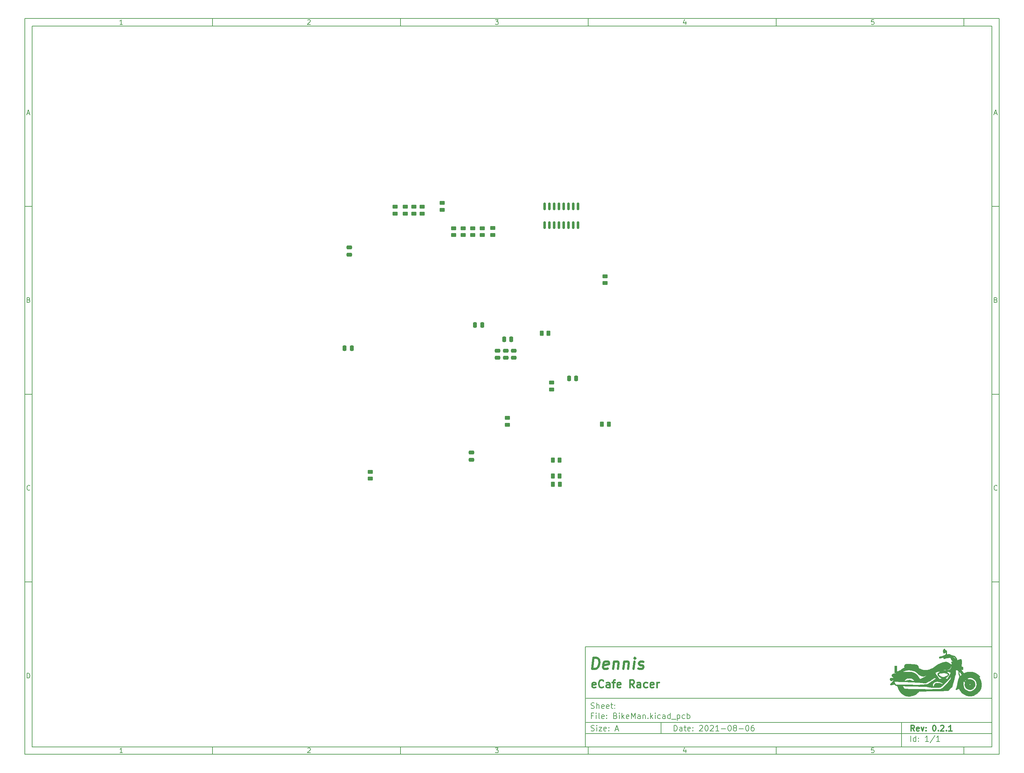
<source format=gbr>
%TF.GenerationSoftware,KiCad,Pcbnew,(5.99.0-11626-g43523df843)*%
%TF.CreationDate,2021-08-07T14:02:09-04:00*%
%TF.ProjectId,BikeMan,42696b65-4d61-46e2-9e6b-696361645f70,0.2.1*%
%TF.SameCoordinates,Original*%
%TF.FileFunction,Paste,Bot*%
%TF.FilePolarity,Positive*%
%FSLAX46Y46*%
G04 Gerber Fmt 4.6, Leading zero omitted, Abs format (unit mm)*
G04 Created by KiCad (PCBNEW (5.99.0-11626-g43523df843)) date 2021-08-07 14:02:09*
%MOMM*%
%LPD*%
G01*
G04 APERTURE LIST*
G04 Aperture macros list*
%AMRoundRect*
0 Rectangle with rounded corners*
0 $1 Rounding radius*
0 $2 $3 $4 $5 $6 $7 $8 $9 X,Y pos of 4 corners*
0 Add a 4 corners polygon primitive as box body*
4,1,4,$2,$3,$4,$5,$6,$7,$8,$9,$2,$3,0*
0 Add four circle primitives for the rounded corners*
1,1,$1+$1,$2,$3*
1,1,$1+$1,$4,$5*
1,1,$1+$1,$6,$7*
1,1,$1+$1,$8,$9*
0 Add four rect primitives between the rounded corners*
20,1,$1+$1,$2,$3,$4,$5,0*
20,1,$1+$1,$4,$5,$6,$7,0*
20,1,$1+$1,$6,$7,$8,$9,0*
20,1,$1+$1,$8,$9,$2,$3,0*%
G04 Aperture macros list end*
%ADD10C,0.100000*%
%ADD11C,0.150000*%
%ADD12C,0.300000*%
%ADD13C,0.600000*%
%ADD14C,0.400000*%
%ADD15RoundRect,0.250000X0.250000X0.475000X-0.250000X0.475000X-0.250000X-0.475000X0.250000X-0.475000X0*%
%ADD16RoundRect,0.250000X0.475000X-0.250000X0.475000X0.250000X-0.475000X0.250000X-0.475000X-0.250000X0*%
%ADD17RoundRect,0.250000X-0.250000X-0.475000X0.250000X-0.475000X0.250000X0.475000X-0.250000X0.475000X0*%
%ADD18RoundRect,0.250000X-0.450000X0.262500X-0.450000X-0.262500X0.450000X-0.262500X0.450000X0.262500X0*%
%ADD19RoundRect,0.250000X0.450000X-0.262500X0.450000X0.262500X-0.450000X0.262500X-0.450000X-0.262500X0*%
%ADD20RoundRect,0.250000X-0.262500X-0.450000X0.262500X-0.450000X0.262500X0.450000X-0.262500X0.450000X0*%
%ADD21RoundRect,0.250000X-0.475000X0.250000X-0.475000X-0.250000X0.475000X-0.250000X0.475000X0.250000X0*%
%ADD22RoundRect,0.150000X0.150000X-0.825000X0.150000X0.825000X-0.150000X0.825000X-0.150000X-0.825000X0*%
G04 APERTURE END LIST*
D10*
D11*
X159225488Y-177289968D02*
X159225488Y-203900024D01*
X267400024Y-203900024D01*
X267400024Y-177289968D01*
X159225488Y-177289968D01*
D10*
D11*
X10000000Y-10000000D02*
X10000000Y-205900000D01*
X269400000Y-205900000D01*
X269400000Y-10000000D01*
X10000000Y-10000000D01*
D10*
D11*
X12000000Y-12000000D02*
X12000000Y-203900000D01*
X267400000Y-203900000D01*
X267400000Y-12000000D01*
X12000000Y-12000000D01*
D10*
D11*
X60000000Y-12000000D02*
X60000000Y-10000000D01*
D10*
D11*
X110000000Y-12000000D02*
X110000000Y-10000000D01*
D10*
D11*
X160000000Y-12000000D02*
X160000000Y-10000000D01*
D10*
D11*
X210000000Y-12000000D02*
X210000000Y-10000000D01*
D10*
D11*
X260000000Y-12000000D02*
X260000000Y-10000000D01*
D10*
D11*
X36065476Y-11588095D02*
X35322619Y-11588095D01*
X35694047Y-11588095D02*
X35694047Y-10288095D01*
X35570238Y-10473809D01*
X35446428Y-10597619D01*
X35322619Y-10659523D01*
D10*
D11*
X85322619Y-10411904D02*
X85384523Y-10350000D01*
X85508333Y-10288095D01*
X85817857Y-10288095D01*
X85941666Y-10350000D01*
X86003571Y-10411904D01*
X86065476Y-10535714D01*
X86065476Y-10659523D01*
X86003571Y-10845238D01*
X85260714Y-11588095D01*
X86065476Y-11588095D01*
D10*
D11*
X135260714Y-10288095D02*
X136065476Y-10288095D01*
X135632142Y-10783333D01*
X135817857Y-10783333D01*
X135941666Y-10845238D01*
X136003571Y-10907142D01*
X136065476Y-11030952D01*
X136065476Y-11340476D01*
X136003571Y-11464285D01*
X135941666Y-11526190D01*
X135817857Y-11588095D01*
X135446428Y-11588095D01*
X135322619Y-11526190D01*
X135260714Y-11464285D01*
D10*
D11*
X185941666Y-10721428D02*
X185941666Y-11588095D01*
X185632142Y-10226190D02*
X185322619Y-11154761D01*
X186127380Y-11154761D01*
D10*
D11*
X236003571Y-10288095D02*
X235384523Y-10288095D01*
X235322619Y-10907142D01*
X235384523Y-10845238D01*
X235508333Y-10783333D01*
X235817857Y-10783333D01*
X235941666Y-10845238D01*
X236003571Y-10907142D01*
X236065476Y-11030952D01*
X236065476Y-11340476D01*
X236003571Y-11464285D01*
X235941666Y-11526190D01*
X235817857Y-11588095D01*
X235508333Y-11588095D01*
X235384523Y-11526190D01*
X235322619Y-11464285D01*
D10*
D11*
X60000000Y-203900000D02*
X60000000Y-205900000D01*
D10*
D11*
X110000000Y-203900000D02*
X110000000Y-205900000D01*
D10*
D11*
X160000000Y-203900000D02*
X160000000Y-205900000D01*
D10*
D11*
X210000000Y-203900000D02*
X210000000Y-205900000D01*
D10*
D11*
X260000000Y-203900000D02*
X260000000Y-205900000D01*
D10*
D11*
X36065476Y-205488095D02*
X35322619Y-205488095D01*
X35694047Y-205488095D02*
X35694047Y-204188095D01*
X35570238Y-204373809D01*
X35446428Y-204497619D01*
X35322619Y-204559523D01*
D10*
D11*
X85322619Y-204311904D02*
X85384523Y-204250000D01*
X85508333Y-204188095D01*
X85817857Y-204188095D01*
X85941666Y-204250000D01*
X86003571Y-204311904D01*
X86065476Y-204435714D01*
X86065476Y-204559523D01*
X86003571Y-204745238D01*
X85260714Y-205488095D01*
X86065476Y-205488095D01*
D10*
D11*
X135260714Y-204188095D02*
X136065476Y-204188095D01*
X135632142Y-204683333D01*
X135817857Y-204683333D01*
X135941666Y-204745238D01*
X136003571Y-204807142D01*
X136065476Y-204930952D01*
X136065476Y-205240476D01*
X136003571Y-205364285D01*
X135941666Y-205426190D01*
X135817857Y-205488095D01*
X135446428Y-205488095D01*
X135322619Y-205426190D01*
X135260714Y-205364285D01*
D10*
D11*
X185941666Y-204621428D02*
X185941666Y-205488095D01*
X185632142Y-204126190D02*
X185322619Y-205054761D01*
X186127380Y-205054761D01*
D10*
D11*
X236003571Y-204188095D02*
X235384523Y-204188095D01*
X235322619Y-204807142D01*
X235384523Y-204745238D01*
X235508333Y-204683333D01*
X235817857Y-204683333D01*
X235941666Y-204745238D01*
X236003571Y-204807142D01*
X236065476Y-204930952D01*
X236065476Y-205240476D01*
X236003571Y-205364285D01*
X235941666Y-205426190D01*
X235817857Y-205488095D01*
X235508333Y-205488095D01*
X235384523Y-205426190D01*
X235322619Y-205364285D01*
D10*
D11*
X10000000Y-60000000D02*
X12000000Y-60000000D01*
D10*
D11*
X10000000Y-110000000D02*
X12000000Y-110000000D01*
D10*
D11*
X10000000Y-160000000D02*
X12000000Y-160000000D01*
D10*
D11*
X10690476Y-35216666D02*
X11309523Y-35216666D01*
X10566666Y-35588095D02*
X11000000Y-34288095D01*
X11433333Y-35588095D01*
D10*
D11*
X11092857Y-84907142D02*
X11278571Y-84969047D01*
X11340476Y-85030952D01*
X11402380Y-85154761D01*
X11402380Y-85340476D01*
X11340476Y-85464285D01*
X11278571Y-85526190D01*
X11154761Y-85588095D01*
X10659523Y-85588095D01*
X10659523Y-84288095D01*
X11092857Y-84288095D01*
X11216666Y-84350000D01*
X11278571Y-84411904D01*
X11340476Y-84535714D01*
X11340476Y-84659523D01*
X11278571Y-84783333D01*
X11216666Y-84845238D01*
X11092857Y-84907142D01*
X10659523Y-84907142D01*
D10*
D11*
X11402380Y-135464285D02*
X11340476Y-135526190D01*
X11154761Y-135588095D01*
X11030952Y-135588095D01*
X10845238Y-135526190D01*
X10721428Y-135402380D01*
X10659523Y-135278571D01*
X10597619Y-135030952D01*
X10597619Y-134845238D01*
X10659523Y-134597619D01*
X10721428Y-134473809D01*
X10845238Y-134350000D01*
X11030952Y-134288095D01*
X11154761Y-134288095D01*
X11340476Y-134350000D01*
X11402380Y-134411904D01*
D10*
D11*
X10659523Y-185588095D02*
X10659523Y-184288095D01*
X10969047Y-184288095D01*
X11154761Y-184350000D01*
X11278571Y-184473809D01*
X11340476Y-184597619D01*
X11402380Y-184845238D01*
X11402380Y-185030952D01*
X11340476Y-185278571D01*
X11278571Y-185402380D01*
X11154761Y-185526190D01*
X10969047Y-185588095D01*
X10659523Y-185588095D01*
D10*
D11*
X269400000Y-60000000D02*
X267400000Y-60000000D01*
D10*
D11*
X269400000Y-110000000D02*
X267400000Y-110000000D01*
D10*
D11*
X269400000Y-160000000D02*
X267400000Y-160000000D01*
D10*
D11*
X268090476Y-35216666D02*
X268709523Y-35216666D01*
X267966666Y-35588095D02*
X268400000Y-34288095D01*
X268833333Y-35588095D01*
D10*
D11*
X268492857Y-84907142D02*
X268678571Y-84969047D01*
X268740476Y-85030952D01*
X268802380Y-85154761D01*
X268802380Y-85340476D01*
X268740476Y-85464285D01*
X268678571Y-85526190D01*
X268554761Y-85588095D01*
X268059523Y-85588095D01*
X268059523Y-84288095D01*
X268492857Y-84288095D01*
X268616666Y-84350000D01*
X268678571Y-84411904D01*
X268740476Y-84535714D01*
X268740476Y-84659523D01*
X268678571Y-84783333D01*
X268616666Y-84845238D01*
X268492857Y-84907142D01*
X268059523Y-84907142D01*
D10*
D11*
X268802380Y-135464285D02*
X268740476Y-135526190D01*
X268554761Y-135588095D01*
X268430952Y-135588095D01*
X268245238Y-135526190D01*
X268121428Y-135402380D01*
X268059523Y-135278571D01*
X267997619Y-135030952D01*
X267997619Y-134845238D01*
X268059523Y-134597619D01*
X268121428Y-134473809D01*
X268245238Y-134350000D01*
X268430952Y-134288095D01*
X268554761Y-134288095D01*
X268740476Y-134350000D01*
X268802380Y-134411904D01*
D10*
D11*
X268059523Y-185588095D02*
X268059523Y-184288095D01*
X268369047Y-184288095D01*
X268554761Y-184350000D01*
X268678571Y-184473809D01*
X268740476Y-184597619D01*
X268802380Y-184845238D01*
X268802380Y-185030952D01*
X268740476Y-185278571D01*
X268678571Y-185402380D01*
X268554761Y-185526190D01*
X268369047Y-185588095D01*
X268059523Y-185588095D01*
D10*
D11*
X182832142Y-199678571D02*
X182832142Y-198178571D01*
X183189285Y-198178571D01*
X183403571Y-198250000D01*
X183546428Y-198392857D01*
X183617857Y-198535714D01*
X183689285Y-198821428D01*
X183689285Y-199035714D01*
X183617857Y-199321428D01*
X183546428Y-199464285D01*
X183403571Y-199607142D01*
X183189285Y-199678571D01*
X182832142Y-199678571D01*
X184975000Y-199678571D02*
X184975000Y-198892857D01*
X184903571Y-198750000D01*
X184760714Y-198678571D01*
X184475000Y-198678571D01*
X184332142Y-198750000D01*
X184975000Y-199607142D02*
X184832142Y-199678571D01*
X184475000Y-199678571D01*
X184332142Y-199607142D01*
X184260714Y-199464285D01*
X184260714Y-199321428D01*
X184332142Y-199178571D01*
X184475000Y-199107142D01*
X184832142Y-199107142D01*
X184975000Y-199035714D01*
X185475000Y-198678571D02*
X186046428Y-198678571D01*
X185689285Y-198178571D02*
X185689285Y-199464285D01*
X185760714Y-199607142D01*
X185903571Y-199678571D01*
X186046428Y-199678571D01*
X187117857Y-199607142D02*
X186975000Y-199678571D01*
X186689285Y-199678571D01*
X186546428Y-199607142D01*
X186475000Y-199464285D01*
X186475000Y-198892857D01*
X186546428Y-198750000D01*
X186689285Y-198678571D01*
X186975000Y-198678571D01*
X187117857Y-198750000D01*
X187189285Y-198892857D01*
X187189285Y-199035714D01*
X186475000Y-199178571D01*
X187832142Y-199535714D02*
X187903571Y-199607142D01*
X187832142Y-199678571D01*
X187760714Y-199607142D01*
X187832142Y-199535714D01*
X187832142Y-199678571D01*
X187832142Y-198750000D02*
X187903571Y-198821428D01*
X187832142Y-198892857D01*
X187760714Y-198821428D01*
X187832142Y-198750000D01*
X187832142Y-198892857D01*
X189617857Y-198321428D02*
X189689285Y-198250000D01*
X189832142Y-198178571D01*
X190189285Y-198178571D01*
X190332142Y-198250000D01*
X190403571Y-198321428D01*
X190475000Y-198464285D01*
X190475000Y-198607142D01*
X190403571Y-198821428D01*
X189546428Y-199678571D01*
X190475000Y-199678571D01*
X191403571Y-198178571D02*
X191546428Y-198178571D01*
X191689285Y-198250000D01*
X191760714Y-198321428D01*
X191832142Y-198464285D01*
X191903571Y-198750000D01*
X191903571Y-199107142D01*
X191832142Y-199392857D01*
X191760714Y-199535714D01*
X191689285Y-199607142D01*
X191546428Y-199678571D01*
X191403571Y-199678571D01*
X191260714Y-199607142D01*
X191189285Y-199535714D01*
X191117857Y-199392857D01*
X191046428Y-199107142D01*
X191046428Y-198750000D01*
X191117857Y-198464285D01*
X191189285Y-198321428D01*
X191260714Y-198250000D01*
X191403571Y-198178571D01*
X192475000Y-198321428D02*
X192546428Y-198250000D01*
X192689285Y-198178571D01*
X193046428Y-198178571D01*
X193189285Y-198250000D01*
X193260714Y-198321428D01*
X193332142Y-198464285D01*
X193332142Y-198607142D01*
X193260714Y-198821428D01*
X192403571Y-199678571D01*
X193332142Y-199678571D01*
X194760714Y-199678571D02*
X193903571Y-199678571D01*
X194332142Y-199678571D02*
X194332142Y-198178571D01*
X194189285Y-198392857D01*
X194046428Y-198535714D01*
X193903571Y-198607142D01*
X195403571Y-199107142D02*
X196546428Y-199107142D01*
X197546428Y-198178571D02*
X197689285Y-198178571D01*
X197832142Y-198250000D01*
X197903571Y-198321428D01*
X197975000Y-198464285D01*
X198046428Y-198750000D01*
X198046428Y-199107142D01*
X197975000Y-199392857D01*
X197903571Y-199535714D01*
X197832142Y-199607142D01*
X197689285Y-199678571D01*
X197546428Y-199678571D01*
X197403571Y-199607142D01*
X197332142Y-199535714D01*
X197260714Y-199392857D01*
X197189285Y-199107142D01*
X197189285Y-198750000D01*
X197260714Y-198464285D01*
X197332142Y-198321428D01*
X197403571Y-198250000D01*
X197546428Y-198178571D01*
X198903571Y-198821428D02*
X198760714Y-198750000D01*
X198689285Y-198678571D01*
X198617857Y-198535714D01*
X198617857Y-198464285D01*
X198689285Y-198321428D01*
X198760714Y-198250000D01*
X198903571Y-198178571D01*
X199189285Y-198178571D01*
X199332142Y-198250000D01*
X199403571Y-198321428D01*
X199475000Y-198464285D01*
X199475000Y-198535714D01*
X199403571Y-198678571D01*
X199332142Y-198750000D01*
X199189285Y-198821428D01*
X198903571Y-198821428D01*
X198760714Y-198892857D01*
X198689285Y-198964285D01*
X198617857Y-199107142D01*
X198617857Y-199392857D01*
X198689285Y-199535714D01*
X198760714Y-199607142D01*
X198903571Y-199678571D01*
X199189285Y-199678571D01*
X199332142Y-199607142D01*
X199403571Y-199535714D01*
X199475000Y-199392857D01*
X199475000Y-199107142D01*
X199403571Y-198964285D01*
X199332142Y-198892857D01*
X199189285Y-198821428D01*
X200117857Y-199107142D02*
X201260714Y-199107142D01*
X202260714Y-198178571D02*
X202403571Y-198178571D01*
X202546428Y-198250000D01*
X202617857Y-198321428D01*
X202689285Y-198464285D01*
X202760714Y-198750000D01*
X202760714Y-199107142D01*
X202689285Y-199392857D01*
X202617857Y-199535714D01*
X202546428Y-199607142D01*
X202403571Y-199678571D01*
X202260714Y-199678571D01*
X202117857Y-199607142D01*
X202046428Y-199535714D01*
X201975000Y-199392857D01*
X201903571Y-199107142D01*
X201903571Y-198750000D01*
X201975000Y-198464285D01*
X202046428Y-198321428D01*
X202117857Y-198250000D01*
X202260714Y-198178571D01*
X204046428Y-198178571D02*
X203760714Y-198178571D01*
X203617857Y-198250000D01*
X203546428Y-198321428D01*
X203403571Y-198535714D01*
X203332142Y-198821428D01*
X203332142Y-199392857D01*
X203403571Y-199535714D01*
X203475000Y-199607142D01*
X203617857Y-199678571D01*
X203903571Y-199678571D01*
X204046428Y-199607142D01*
X204117857Y-199535714D01*
X204189285Y-199392857D01*
X204189285Y-199035714D01*
X204117857Y-198892857D01*
X204046428Y-198821428D01*
X203903571Y-198750000D01*
X203617857Y-198750000D01*
X203475000Y-198821428D01*
X203403571Y-198892857D01*
X203332142Y-199035714D01*
D10*
D11*
X159400000Y-200400000D02*
X267400000Y-200400000D01*
D10*
D11*
X159400000Y-197400000D02*
X267400000Y-197400000D01*
D10*
D12*
X246809285Y-199678571D02*
X246309285Y-198964285D01*
X245952142Y-199678571D02*
X245952142Y-198178571D01*
X246523571Y-198178571D01*
X246666428Y-198250000D01*
X246737857Y-198321428D01*
X246809285Y-198464285D01*
X246809285Y-198678571D01*
X246737857Y-198821428D01*
X246666428Y-198892857D01*
X246523571Y-198964285D01*
X245952142Y-198964285D01*
X248023571Y-199607142D02*
X247880714Y-199678571D01*
X247595000Y-199678571D01*
X247452142Y-199607142D01*
X247380714Y-199464285D01*
X247380714Y-198892857D01*
X247452142Y-198750000D01*
X247595000Y-198678571D01*
X247880714Y-198678571D01*
X248023571Y-198750000D01*
X248095000Y-198892857D01*
X248095000Y-199035714D01*
X247380714Y-199178571D01*
X248595000Y-198678571D02*
X248952142Y-199678571D01*
X249309285Y-198678571D01*
X249880714Y-199535714D02*
X249952142Y-199607142D01*
X249880714Y-199678571D01*
X249809285Y-199607142D01*
X249880714Y-199535714D01*
X249880714Y-199678571D01*
X249880714Y-198750000D02*
X249952142Y-198821428D01*
X249880714Y-198892857D01*
X249809285Y-198821428D01*
X249880714Y-198750000D01*
X249880714Y-198892857D01*
X252023571Y-198178571D02*
X252166428Y-198178571D01*
X252309285Y-198250000D01*
X252380714Y-198321428D01*
X252452142Y-198464285D01*
X252523571Y-198750000D01*
X252523571Y-199107142D01*
X252452142Y-199392857D01*
X252380714Y-199535714D01*
X252309285Y-199607142D01*
X252166428Y-199678571D01*
X252023571Y-199678571D01*
X251880714Y-199607142D01*
X251809285Y-199535714D01*
X251737857Y-199392857D01*
X251666428Y-199107142D01*
X251666428Y-198750000D01*
X251737857Y-198464285D01*
X251809285Y-198321428D01*
X251880714Y-198250000D01*
X252023571Y-198178571D01*
X253166428Y-199535714D02*
X253237857Y-199607142D01*
X253166428Y-199678571D01*
X253095000Y-199607142D01*
X253166428Y-199535714D01*
X253166428Y-199678571D01*
X253809285Y-198321428D02*
X253880714Y-198250000D01*
X254023571Y-198178571D01*
X254380714Y-198178571D01*
X254523571Y-198250000D01*
X254595000Y-198321428D01*
X254666428Y-198464285D01*
X254666428Y-198607142D01*
X254595000Y-198821428D01*
X253737857Y-199678571D01*
X254666428Y-199678571D01*
X255309285Y-199535714D02*
X255380714Y-199607142D01*
X255309285Y-199678571D01*
X255237857Y-199607142D01*
X255309285Y-199535714D01*
X255309285Y-199678571D01*
X256809285Y-199678571D02*
X255952142Y-199678571D01*
X256380714Y-199678571D02*
X256380714Y-198178571D01*
X256237857Y-198392857D01*
X256095000Y-198535714D01*
X255952142Y-198607142D01*
D10*
D11*
X160760714Y-199607142D02*
X160975000Y-199678571D01*
X161332142Y-199678571D01*
X161475000Y-199607142D01*
X161546428Y-199535714D01*
X161617857Y-199392857D01*
X161617857Y-199250000D01*
X161546428Y-199107142D01*
X161475000Y-199035714D01*
X161332142Y-198964285D01*
X161046428Y-198892857D01*
X160903571Y-198821428D01*
X160832142Y-198750000D01*
X160760714Y-198607142D01*
X160760714Y-198464285D01*
X160832142Y-198321428D01*
X160903571Y-198250000D01*
X161046428Y-198178571D01*
X161403571Y-198178571D01*
X161617857Y-198250000D01*
X162260714Y-199678571D02*
X162260714Y-198678571D01*
X162260714Y-198178571D02*
X162189285Y-198250000D01*
X162260714Y-198321428D01*
X162332142Y-198250000D01*
X162260714Y-198178571D01*
X162260714Y-198321428D01*
X162832142Y-198678571D02*
X163617857Y-198678571D01*
X162832142Y-199678571D01*
X163617857Y-199678571D01*
X164760714Y-199607142D02*
X164617857Y-199678571D01*
X164332142Y-199678571D01*
X164189285Y-199607142D01*
X164117857Y-199464285D01*
X164117857Y-198892857D01*
X164189285Y-198750000D01*
X164332142Y-198678571D01*
X164617857Y-198678571D01*
X164760714Y-198750000D01*
X164832142Y-198892857D01*
X164832142Y-199035714D01*
X164117857Y-199178571D01*
X165475000Y-199535714D02*
X165546428Y-199607142D01*
X165475000Y-199678571D01*
X165403571Y-199607142D01*
X165475000Y-199535714D01*
X165475000Y-199678571D01*
X165475000Y-198750000D02*
X165546428Y-198821428D01*
X165475000Y-198892857D01*
X165403571Y-198821428D01*
X165475000Y-198750000D01*
X165475000Y-198892857D01*
X167260714Y-199250000D02*
X167975000Y-199250000D01*
X167117857Y-199678571D02*
X167617857Y-198178571D01*
X168117857Y-199678571D01*
D10*
D11*
X245832142Y-202478571D02*
X245832142Y-200978571D01*
X247189285Y-202478571D02*
X247189285Y-200978571D01*
X247189285Y-202407142D02*
X247046428Y-202478571D01*
X246760714Y-202478571D01*
X246617857Y-202407142D01*
X246546428Y-202335714D01*
X246475000Y-202192857D01*
X246475000Y-201764285D01*
X246546428Y-201621428D01*
X246617857Y-201550000D01*
X246760714Y-201478571D01*
X247046428Y-201478571D01*
X247189285Y-201550000D01*
X247903571Y-202335714D02*
X247975000Y-202407142D01*
X247903571Y-202478571D01*
X247832142Y-202407142D01*
X247903571Y-202335714D01*
X247903571Y-202478571D01*
X247903571Y-201550000D02*
X247975000Y-201621428D01*
X247903571Y-201692857D01*
X247832142Y-201621428D01*
X247903571Y-201550000D01*
X247903571Y-201692857D01*
X250546428Y-202478571D02*
X249689285Y-202478571D01*
X250117857Y-202478571D02*
X250117857Y-200978571D01*
X249975000Y-201192857D01*
X249832142Y-201335714D01*
X249689285Y-201407142D01*
X252260714Y-200907142D02*
X250975000Y-202835714D01*
X253546428Y-202478571D02*
X252689285Y-202478571D01*
X253117857Y-202478571D02*
X253117857Y-200978571D01*
X252975000Y-201192857D01*
X252832142Y-201335714D01*
X252689285Y-201407142D01*
D10*
D13*
X161005998Y-183137830D02*
X161380998Y-180137830D01*
X162095284Y-180137830D01*
X162505998Y-180280688D01*
X162755998Y-180566402D01*
X162863141Y-180852116D01*
X162934570Y-181423545D01*
X162880998Y-181852116D01*
X162666713Y-182423545D01*
X162488141Y-182709259D01*
X162166713Y-182994973D01*
X161720284Y-183137830D01*
X161005998Y-183137830D01*
X165166713Y-182994973D02*
X164863141Y-183137830D01*
X164291713Y-183137830D01*
X164023856Y-182994973D01*
X163916713Y-182709259D01*
X164059570Y-181566402D01*
X164238141Y-181280688D01*
X164541713Y-181137830D01*
X165113141Y-181137830D01*
X165380998Y-181280688D01*
X165488141Y-181566402D01*
X165452427Y-181852116D01*
X163988141Y-182137830D01*
X166827427Y-181137830D02*
X166577427Y-183137830D01*
X166791713Y-181423545D02*
X166952427Y-181280688D01*
X167255998Y-181137830D01*
X167684570Y-181137830D01*
X167952427Y-181280688D01*
X168059570Y-181566402D01*
X167863141Y-183137830D01*
X169541713Y-181137830D02*
X169291713Y-183137830D01*
X169505998Y-181423545D02*
X169666713Y-181280688D01*
X169970284Y-181137830D01*
X170398856Y-181137830D01*
X170666713Y-181280688D01*
X170773856Y-181566402D01*
X170577427Y-183137830D01*
X172005998Y-183137830D02*
X172255998Y-181137830D01*
X172380998Y-180137830D02*
X172220284Y-180280688D01*
X172345284Y-180423545D01*
X172505998Y-180280688D01*
X172380998Y-180137830D01*
X172345284Y-180423545D01*
X173309570Y-182994973D02*
X173577427Y-183137830D01*
X174148856Y-183137830D01*
X174452427Y-182994973D01*
X174630998Y-182709259D01*
X174648856Y-182566402D01*
X174541713Y-182280688D01*
X174273856Y-182137830D01*
X173845284Y-182137830D01*
X173577427Y-181994973D01*
X173470284Y-181709259D01*
X173488141Y-181566402D01*
X173666713Y-181280688D01*
X173970284Y-181137830D01*
X174398856Y-181137830D01*
X174666713Y-181280688D01*
D10*
D11*
X161332126Y-195622209D02*
X160832126Y-195622209D01*
X160832126Y-196407923D02*
X160832126Y-194907923D01*
X161546412Y-194907923D01*
X162117841Y-196407923D02*
X162117841Y-195407923D01*
X162117841Y-194907923D02*
X162046412Y-194979352D01*
X162117841Y-195050780D01*
X162189269Y-194979352D01*
X162117841Y-194907923D01*
X162117841Y-195050780D01*
X163046412Y-196407923D02*
X162903555Y-196336494D01*
X162832126Y-196193637D01*
X162832126Y-194907923D01*
X164189269Y-196336494D02*
X164046412Y-196407923D01*
X163760698Y-196407923D01*
X163617841Y-196336494D01*
X163546412Y-196193637D01*
X163546412Y-195622209D01*
X163617841Y-195479352D01*
X163760698Y-195407923D01*
X164046412Y-195407923D01*
X164189269Y-195479352D01*
X164260698Y-195622209D01*
X164260698Y-195765066D01*
X163546412Y-195907923D01*
X164903555Y-196265066D02*
X164974984Y-196336494D01*
X164903555Y-196407923D01*
X164832126Y-196336494D01*
X164903555Y-196265066D01*
X164903555Y-196407923D01*
X164903555Y-195479352D02*
X164974984Y-195550780D01*
X164903555Y-195622209D01*
X164832126Y-195550780D01*
X164903555Y-195479352D01*
X164903555Y-195622209D01*
X167260698Y-195622209D02*
X167474984Y-195693637D01*
X167546412Y-195765066D01*
X167617841Y-195907923D01*
X167617841Y-196122209D01*
X167546412Y-196265066D01*
X167474984Y-196336494D01*
X167332126Y-196407923D01*
X166760698Y-196407923D01*
X166760698Y-194907923D01*
X167260698Y-194907923D01*
X167403555Y-194979352D01*
X167474984Y-195050780D01*
X167546412Y-195193637D01*
X167546412Y-195336494D01*
X167474984Y-195479352D01*
X167403555Y-195550780D01*
X167260698Y-195622209D01*
X166760698Y-195622209D01*
X168260698Y-196407923D02*
X168260698Y-195407923D01*
X168260698Y-194907923D02*
X168189269Y-194979352D01*
X168260698Y-195050780D01*
X168332126Y-194979352D01*
X168260698Y-194907923D01*
X168260698Y-195050780D01*
X168974984Y-196407923D02*
X168974984Y-194907923D01*
X169117841Y-195836494D02*
X169546412Y-196407923D01*
X169546412Y-195407923D02*
X168974984Y-195979352D01*
X170760698Y-196336494D02*
X170617841Y-196407923D01*
X170332126Y-196407923D01*
X170189269Y-196336494D01*
X170117841Y-196193637D01*
X170117841Y-195622209D01*
X170189269Y-195479352D01*
X170332126Y-195407923D01*
X170617841Y-195407923D01*
X170760698Y-195479352D01*
X170832126Y-195622209D01*
X170832126Y-195765066D01*
X170117841Y-195907923D01*
X171474984Y-196407923D02*
X171474984Y-194907923D01*
X171974984Y-195979352D01*
X172474984Y-194907923D01*
X172474984Y-196407923D01*
X173832126Y-196407923D02*
X173832126Y-195622209D01*
X173760698Y-195479352D01*
X173617841Y-195407923D01*
X173332126Y-195407923D01*
X173189269Y-195479352D01*
X173832126Y-196336494D02*
X173689269Y-196407923D01*
X173332126Y-196407923D01*
X173189269Y-196336494D01*
X173117841Y-196193637D01*
X173117841Y-196050780D01*
X173189269Y-195907923D01*
X173332126Y-195836494D01*
X173689269Y-195836494D01*
X173832126Y-195765066D01*
X174546412Y-195407923D02*
X174546412Y-196407923D01*
X174546412Y-195550780D02*
X174617841Y-195479352D01*
X174760698Y-195407923D01*
X174974984Y-195407923D01*
X175117841Y-195479352D01*
X175189269Y-195622209D01*
X175189269Y-196407923D01*
X175903555Y-196265066D02*
X175974984Y-196336494D01*
X175903555Y-196407923D01*
X175832126Y-196336494D01*
X175903555Y-196265066D01*
X175903555Y-196407923D01*
X176617841Y-196407923D02*
X176617841Y-194907923D01*
X176760698Y-195836494D02*
X177189269Y-196407923D01*
X177189269Y-195407923D02*
X176617841Y-195979352D01*
X177832126Y-196407923D02*
X177832126Y-195407923D01*
X177832126Y-194907923D02*
X177760698Y-194979352D01*
X177832126Y-195050780D01*
X177903555Y-194979352D01*
X177832126Y-194907923D01*
X177832126Y-195050780D01*
X179189269Y-196336494D02*
X179046412Y-196407923D01*
X178760698Y-196407923D01*
X178617841Y-196336494D01*
X178546412Y-196265066D01*
X178474984Y-196122209D01*
X178474984Y-195693637D01*
X178546412Y-195550780D01*
X178617841Y-195479352D01*
X178760698Y-195407923D01*
X179046412Y-195407923D01*
X179189269Y-195479352D01*
X180474984Y-196407923D02*
X180474984Y-195622209D01*
X180403555Y-195479352D01*
X180260698Y-195407923D01*
X179974984Y-195407923D01*
X179832126Y-195479352D01*
X180474984Y-196336494D02*
X180332126Y-196407923D01*
X179974984Y-196407923D01*
X179832126Y-196336494D01*
X179760698Y-196193637D01*
X179760698Y-196050780D01*
X179832126Y-195907923D01*
X179974984Y-195836494D01*
X180332126Y-195836494D01*
X180474984Y-195765066D01*
X181832126Y-196407923D02*
X181832126Y-194907923D01*
X181832126Y-196336494D02*
X181689269Y-196407923D01*
X181403555Y-196407923D01*
X181260698Y-196336494D01*
X181189269Y-196265066D01*
X181117841Y-196122209D01*
X181117841Y-195693637D01*
X181189269Y-195550780D01*
X181260698Y-195479352D01*
X181403555Y-195407923D01*
X181689269Y-195407923D01*
X181832126Y-195479352D01*
X182189269Y-196550780D02*
X183332126Y-196550780D01*
X183689269Y-195407923D02*
X183689269Y-196907923D01*
X183689269Y-195479352D02*
X183832126Y-195407923D01*
X184117841Y-195407923D01*
X184260698Y-195479352D01*
X184332126Y-195550780D01*
X184403555Y-195693637D01*
X184403555Y-196122209D01*
X184332126Y-196265066D01*
X184260698Y-196336494D01*
X184117841Y-196407923D01*
X183832126Y-196407923D01*
X183689269Y-196336494D01*
X185689269Y-196336494D02*
X185546412Y-196407923D01*
X185260698Y-196407923D01*
X185117841Y-196336494D01*
X185046412Y-196265066D01*
X184974984Y-196122209D01*
X184974984Y-195693637D01*
X185046412Y-195550780D01*
X185117841Y-195479352D01*
X185260698Y-195407923D01*
X185546412Y-195407923D01*
X185689269Y-195479352D01*
X186332126Y-196407923D02*
X186332126Y-194907923D01*
X186332126Y-195479352D02*
X186474984Y-195407923D01*
X186760698Y-195407923D01*
X186903555Y-195479352D01*
X186974984Y-195550780D01*
X187046412Y-195693637D01*
X187046412Y-196122209D01*
X186974984Y-196265066D01*
X186903555Y-196336494D01*
X186760698Y-196407923D01*
X186474984Y-196407923D01*
X186332126Y-196336494D01*
D10*
D11*
X159400240Y-191013080D02*
X267400240Y-191013080D01*
D10*
D11*
X160760698Y-193635966D02*
X160974984Y-193707395D01*
X161332126Y-193707395D01*
X161474984Y-193635966D01*
X161546412Y-193564538D01*
X161617841Y-193421681D01*
X161617841Y-193278824D01*
X161546412Y-193135966D01*
X161474984Y-193064538D01*
X161332126Y-192993109D01*
X161046412Y-192921681D01*
X160903555Y-192850252D01*
X160832126Y-192778824D01*
X160760698Y-192635966D01*
X160760698Y-192493109D01*
X160832126Y-192350252D01*
X160903555Y-192278824D01*
X161046412Y-192207395D01*
X161403555Y-192207395D01*
X161617841Y-192278824D01*
X162260698Y-193707395D02*
X162260698Y-192207395D01*
X162903555Y-193707395D02*
X162903555Y-192921681D01*
X162832126Y-192778824D01*
X162689269Y-192707395D01*
X162474984Y-192707395D01*
X162332126Y-192778824D01*
X162260698Y-192850252D01*
X164189269Y-193635966D02*
X164046412Y-193707395D01*
X163760698Y-193707395D01*
X163617841Y-193635966D01*
X163546412Y-193493109D01*
X163546412Y-192921681D01*
X163617841Y-192778824D01*
X163760698Y-192707395D01*
X164046412Y-192707395D01*
X164189269Y-192778824D01*
X164260698Y-192921681D01*
X164260698Y-193064538D01*
X163546412Y-193207395D01*
X165474984Y-193635966D02*
X165332126Y-193707395D01*
X165046412Y-193707395D01*
X164903555Y-193635966D01*
X164832126Y-193493109D01*
X164832126Y-192921681D01*
X164903555Y-192778824D01*
X165046412Y-192707395D01*
X165332126Y-192707395D01*
X165474984Y-192778824D01*
X165546412Y-192921681D01*
X165546412Y-193064538D01*
X164832126Y-193207395D01*
X165974984Y-192707395D02*
X166546412Y-192707395D01*
X166189269Y-192207395D02*
X166189269Y-193493109D01*
X166260698Y-193635966D01*
X166403555Y-193707395D01*
X166546412Y-193707395D01*
X167046412Y-193564538D02*
X167117841Y-193635966D01*
X167046412Y-193707395D01*
X166974984Y-193635966D01*
X167046412Y-193564538D01*
X167046412Y-193707395D01*
X167046412Y-192778824D02*
X167117841Y-192850252D01*
X167046412Y-192921681D01*
X166974984Y-192850252D01*
X167046412Y-192778824D01*
X167046412Y-192921681D01*
D10*
D14*
X161898079Y-187999395D02*
X161707603Y-188094633D01*
X161326650Y-188094633D01*
X161136174Y-187999395D01*
X161040936Y-187808919D01*
X161040936Y-187047014D01*
X161136174Y-186856538D01*
X161326650Y-186761300D01*
X161707603Y-186761300D01*
X161898079Y-186856538D01*
X161993317Y-187047014D01*
X161993317Y-187237491D01*
X161040936Y-187427967D01*
X163993317Y-187904157D02*
X163898079Y-187999395D01*
X163612364Y-188094633D01*
X163421888Y-188094633D01*
X163136174Y-187999395D01*
X162945698Y-187808919D01*
X162850460Y-187618443D01*
X162755222Y-187237491D01*
X162755222Y-186951776D01*
X162850460Y-186570824D01*
X162945698Y-186380348D01*
X163136174Y-186189872D01*
X163421888Y-186094633D01*
X163612364Y-186094633D01*
X163898079Y-186189872D01*
X163993317Y-186285110D01*
X165707603Y-188094633D02*
X165707603Y-187047014D01*
X165612364Y-186856538D01*
X165421888Y-186761300D01*
X165040936Y-186761300D01*
X164850460Y-186856538D01*
X165707603Y-187999395D02*
X165517126Y-188094633D01*
X165040936Y-188094633D01*
X164850460Y-187999395D01*
X164755222Y-187808919D01*
X164755222Y-187618443D01*
X164850460Y-187427967D01*
X165040936Y-187332729D01*
X165517126Y-187332729D01*
X165707603Y-187237491D01*
X166374269Y-186761300D02*
X167136174Y-186761300D01*
X166659984Y-188094633D02*
X166659984Y-186380348D01*
X166755222Y-186189872D01*
X166945698Y-186094633D01*
X167136174Y-186094633D01*
X168564745Y-187999395D02*
X168374269Y-188094633D01*
X167993317Y-188094633D01*
X167802841Y-187999395D01*
X167707603Y-187808919D01*
X167707603Y-187047014D01*
X167802841Y-186856538D01*
X167993317Y-186761300D01*
X168374269Y-186761300D01*
X168564745Y-186856538D01*
X168659984Y-187047014D01*
X168659984Y-187237491D01*
X167707603Y-187427967D01*
X172183793Y-188094633D02*
X171517126Y-187142252D01*
X171040936Y-188094633D02*
X171040936Y-186094633D01*
X171802841Y-186094633D01*
X171993317Y-186189872D01*
X172088555Y-186285110D01*
X172183793Y-186475586D01*
X172183793Y-186761300D01*
X172088555Y-186951776D01*
X171993317Y-187047014D01*
X171802841Y-187142252D01*
X171040936Y-187142252D01*
X173898079Y-188094633D02*
X173898079Y-187047014D01*
X173802841Y-186856538D01*
X173612364Y-186761300D01*
X173231412Y-186761300D01*
X173040936Y-186856538D01*
X173898079Y-187999395D02*
X173707603Y-188094633D01*
X173231412Y-188094633D01*
X173040936Y-187999395D01*
X172945698Y-187808919D01*
X172945698Y-187618443D01*
X173040936Y-187427967D01*
X173231412Y-187332729D01*
X173707603Y-187332729D01*
X173898079Y-187237491D01*
X175707603Y-187999395D02*
X175517126Y-188094633D01*
X175136174Y-188094633D01*
X174945698Y-187999395D01*
X174850460Y-187904157D01*
X174755222Y-187713681D01*
X174755222Y-187142252D01*
X174850460Y-186951776D01*
X174945698Y-186856538D01*
X175136174Y-186761300D01*
X175517126Y-186761300D01*
X175707603Y-186856538D01*
X177326650Y-187999395D02*
X177136174Y-188094633D01*
X176755222Y-188094633D01*
X176564745Y-187999395D01*
X176469507Y-187808919D01*
X176469507Y-187047014D01*
X176564745Y-186856538D01*
X176755222Y-186761300D01*
X177136174Y-186761300D01*
X177326650Y-186856538D01*
X177421888Y-187047014D01*
X177421888Y-187237491D01*
X176469507Y-187427967D01*
X178279031Y-188094633D02*
X178279031Y-186761300D01*
X178279031Y-187142252D02*
X178374269Y-186951776D01*
X178469507Y-186856538D01*
X178659984Y-186761300D01*
X178850460Y-186761300D01*
D10*
D11*
D10*
D11*
X179400000Y-197400000D02*
X179400000Y-200400000D01*
D10*
D11*
X243400000Y-197400000D02*
X243400000Y-203900000D01*
D10*
G36*
X254871287Y-177823007D02*
G01*
X254915287Y-177937007D01*
X255031287Y-178139007D01*
X255160287Y-178202007D01*
X255293287Y-178245007D01*
X255373287Y-178389007D01*
X255409287Y-178661007D01*
X255415287Y-178886007D01*
X255421287Y-179147007D01*
X255466287Y-179268007D01*
X255589287Y-179282007D01*
X255830287Y-179219007D01*
X255838287Y-179217007D01*
X256053287Y-179172007D01*
X256184287Y-179209007D01*
X256267287Y-179291007D01*
X256430287Y-179405007D01*
X256681288Y-179495007D01*
X256775288Y-179515007D01*
X257319287Y-179663007D01*
X257722288Y-179905007D01*
X257984288Y-180240007D01*
X258093287Y-180586007D01*
X258143287Y-180895007D01*
X258411287Y-180737007D01*
X258682287Y-180619007D01*
X258963287Y-180555007D01*
X258967288Y-180555007D01*
X259172287Y-180558007D01*
X259275288Y-180636007D01*
X259316288Y-180742007D01*
X259365287Y-181033007D01*
X259383288Y-181411007D01*
X259371288Y-181796007D01*
X259329287Y-182109007D01*
X259318288Y-182152007D01*
X259293287Y-182412007D01*
X259397287Y-182564007D01*
X259580288Y-182605007D01*
X259677287Y-182636007D01*
X259722288Y-182758007D01*
X259733287Y-182986007D01*
X259720287Y-183227007D01*
X259671287Y-183340007D01*
X259580288Y-183367007D01*
X259392287Y-183313007D01*
X259326287Y-183265007D01*
X259235287Y-183193007D01*
X259235287Y-183246007D01*
X259320287Y-183410007D01*
X259484288Y-183671007D01*
X259566288Y-183795007D01*
X259737287Y-184041007D01*
X259868287Y-184220007D01*
X259934287Y-184297007D01*
X259937287Y-184298007D01*
X260023287Y-184266007D01*
X260214287Y-184184007D01*
X260378288Y-184110007D01*
X260636287Y-184011007D01*
X260908287Y-183953007D01*
X261251288Y-183928007D01*
X261553287Y-183925007D01*
X262220287Y-183971007D01*
X262782288Y-184113007D01*
X263283287Y-184366007D01*
X263754287Y-184736007D01*
X264030287Y-185000007D01*
X264178287Y-185175007D01*
X264205288Y-185275007D01*
X264121288Y-185313007D01*
X264087288Y-185314007D01*
X264012287Y-185335007D01*
X264044288Y-185422007D01*
X264126288Y-185533007D01*
X264374287Y-185962007D01*
X264548287Y-186495007D01*
X264639287Y-187080007D01*
X264640288Y-187664007D01*
X264545287Y-188196007D01*
X264518287Y-188278007D01*
X264209287Y-188911007D01*
X263766287Y-189464007D01*
X263215288Y-189913007D01*
X262582287Y-190231007D01*
X262459287Y-190273007D01*
X261830288Y-190390007D01*
X261179288Y-190360007D01*
X260539288Y-190197007D01*
X259941288Y-189914007D01*
X259418287Y-189523007D01*
X259002287Y-189038007D01*
X258877287Y-188828007D01*
X258751288Y-188611007D01*
X258652288Y-188473007D01*
X258618287Y-188447007D01*
X258513288Y-188478007D01*
X258309287Y-188556007D01*
X258173287Y-188613007D01*
X257944287Y-188700007D01*
X257819287Y-188706007D01*
X257792287Y-188614007D01*
X257858287Y-188407007D01*
X257996288Y-188095007D01*
X258139287Y-187699007D01*
X258206287Y-187319007D01*
X258206287Y-187310007D01*
X259778287Y-187310007D01*
X259849288Y-187855007D01*
X260068288Y-188318007D01*
X260432287Y-188695007D01*
X260738287Y-188888007D01*
X261211287Y-189076007D01*
X261654287Y-189115007D01*
X262111287Y-189004007D01*
X262363287Y-188891007D01*
X262806288Y-188582007D01*
X263126288Y-188186007D01*
X263318288Y-187732007D01*
X263378288Y-187248007D01*
X263301288Y-186764007D01*
X263084287Y-186308007D01*
X262787288Y-185965007D01*
X262339287Y-185656007D01*
X261850287Y-185509007D01*
X261414288Y-185504007D01*
X261110287Y-185546007D01*
X260953288Y-185606007D01*
X260923287Y-185701007D01*
X260969287Y-185800007D01*
X261071287Y-185885007D01*
X261262287Y-185920007D01*
X261517287Y-185918007D01*
X261979288Y-185967007D01*
X262361287Y-186144007D01*
X262656287Y-186419007D01*
X262855287Y-186767007D01*
X262948288Y-187159007D01*
X262927287Y-187569007D01*
X262784287Y-187969007D01*
X262509287Y-188331007D01*
X262340288Y-188474007D01*
X262069287Y-188601007D01*
X261704287Y-188673007D01*
X261662288Y-188676007D01*
X261181288Y-188636007D01*
X260774287Y-188456007D01*
X260459287Y-188156007D01*
X260256287Y-187755007D01*
X260181288Y-187274007D01*
X260182287Y-187252007D01*
X261430287Y-187252007D01*
X261450288Y-187378007D01*
X261539288Y-187431007D01*
X261682287Y-187394007D01*
X261707287Y-187375007D01*
X261713287Y-187277007D01*
X261632287Y-187172007D01*
X261525288Y-187132007D01*
X261501288Y-187140007D01*
X261430287Y-187252007D01*
X260182287Y-187252007D01*
X260190287Y-187080007D01*
X260205288Y-186765007D01*
X260172287Y-186578007D01*
X260117287Y-186503007D01*
X259994287Y-186476007D01*
X259891287Y-186597007D01*
X259817287Y-186845007D01*
X259780287Y-187201007D01*
X259778287Y-187310007D01*
X258206287Y-187310007D01*
X258208287Y-187258007D01*
X258244287Y-186845007D01*
X258340288Y-186384007D01*
X258428287Y-186099007D01*
X260180287Y-186099007D01*
X260203288Y-186234007D01*
X260244287Y-186292007D01*
X260394287Y-186407007D01*
X260515288Y-186363007D01*
X260530287Y-186341007D01*
X260509287Y-186237007D01*
X260416287Y-186124007D01*
X260266287Y-186048007D01*
X260180287Y-186099007D01*
X258428287Y-186099007D01*
X258476287Y-185948007D01*
X258634287Y-185607007D01*
X258639287Y-185598007D01*
X258745287Y-185404007D01*
X258760287Y-185262007D01*
X258688288Y-185088007D01*
X258678287Y-185069007D01*
X258596287Y-184806007D01*
X258552287Y-184439007D01*
X258547287Y-184260007D01*
X258539288Y-184036007D01*
X258717288Y-184036007D01*
X258735287Y-184273007D01*
X258782288Y-184545007D01*
X258844287Y-184802007D01*
X258911287Y-184990007D01*
X258966287Y-185060007D01*
X259060287Y-185004007D01*
X259202287Y-184870007D01*
X259379287Y-184679007D01*
X259048287Y-184222007D01*
X258717288Y-183764007D01*
X258717288Y-184036007D01*
X258539288Y-184036007D01*
X258536287Y-183979007D01*
X258507287Y-183779007D01*
X258468287Y-183706007D01*
X258380287Y-183636007D01*
X258342288Y-183557007D01*
X258237287Y-183445007D01*
X258003288Y-183409007D01*
X257998288Y-183409007D01*
X257787288Y-183417007D01*
X257708287Y-183469007D01*
X257734288Y-183610007D01*
X257784287Y-183745007D01*
X257810287Y-183845007D01*
X257816288Y-183978007D01*
X257797287Y-184166007D01*
X257752287Y-184429007D01*
X257674288Y-184789007D01*
X257562287Y-185268007D01*
X257411287Y-185886007D01*
X257388288Y-185978007D01*
X257204287Y-186703007D01*
X257051288Y-187265007D01*
X256928287Y-187667007D01*
X256834287Y-187914007D01*
X256769287Y-188008007D01*
X256610287Y-188115007D01*
X256543287Y-188187007D01*
X256435287Y-188268007D01*
X256380287Y-188255007D01*
X256308287Y-188277007D01*
X256219287Y-188419007D01*
X256210288Y-188439007D01*
X256061288Y-188668007D01*
X255870287Y-188843007D01*
X255803287Y-188880007D01*
X255714287Y-188911007D01*
X255589287Y-188937007D01*
X255412287Y-188958007D01*
X255167287Y-188975007D01*
X254838287Y-188990007D01*
X254411287Y-189002007D01*
X253870287Y-189013007D01*
X253198287Y-189023007D01*
X252382287Y-189034007D01*
X251862287Y-189040007D01*
X248091287Y-189082007D01*
X247720287Y-189484007D01*
X247187287Y-189942007D01*
X246568287Y-190256007D01*
X245873287Y-190421007D01*
X245623287Y-190442007D01*
X245170287Y-190443007D01*
X244769287Y-190405007D01*
X244577287Y-190363007D01*
X243906287Y-190083007D01*
X243324287Y-189666007D01*
X242847287Y-189134007D01*
X242496287Y-188504007D01*
X242338287Y-188033007D01*
X242264287Y-187792007D01*
X242218287Y-187727007D01*
X243660287Y-187727007D01*
X243688287Y-187806007D01*
X243797287Y-187973007D01*
X243897287Y-188104007D01*
X244084288Y-188315007D01*
X244251288Y-188420007D01*
X244465288Y-188456007D01*
X244521287Y-188458007D01*
X245774287Y-188496007D01*
X246984287Y-188527007D01*
X248138287Y-188549007D01*
X249225287Y-188564007D01*
X250232287Y-188570007D01*
X251145287Y-188570007D01*
X251953288Y-188561007D01*
X252644287Y-188544007D01*
X253205287Y-188520007D01*
X253622287Y-188489007D01*
X253885287Y-188449007D01*
X253907287Y-188444007D01*
X254058287Y-188379007D01*
X254243287Y-188251007D01*
X254480287Y-188046007D01*
X254788287Y-187745007D01*
X255185288Y-187335007D01*
X255262287Y-187254007D01*
X255703288Y-186779007D01*
X256033287Y-186401007D01*
X256264287Y-186102007D01*
X256409287Y-185863007D01*
X256479288Y-185666007D01*
X256487287Y-185492007D01*
X256471287Y-185406007D01*
X256433287Y-185280007D01*
X256392287Y-185268007D01*
X256321287Y-185385007D01*
X256252287Y-185526007D01*
X256126288Y-185717007D01*
X255904287Y-185991007D01*
X255611287Y-186321007D01*
X255273287Y-186680007D01*
X254917287Y-187042007D01*
X254569287Y-187381007D01*
X254253287Y-187669007D01*
X253997287Y-187882007D01*
X253830287Y-187990007D01*
X253610287Y-188044007D01*
X253261287Y-188083007D01*
X252823287Y-188106007D01*
X252337287Y-188114007D01*
X251841287Y-188106007D01*
X251377287Y-188084007D01*
X250984287Y-188046007D01*
X250701287Y-187994007D01*
X250667287Y-187984007D01*
X250519287Y-187948007D01*
X250292287Y-187917007D01*
X249972287Y-187888007D01*
X249545287Y-187862007D01*
X248997287Y-187837007D01*
X248315287Y-187813007D01*
X247484287Y-187788007D01*
X246994287Y-187775007D01*
X246264287Y-187758007D01*
X245588287Y-187743007D01*
X244985287Y-187732007D01*
X244473287Y-187724007D01*
X244070287Y-187720007D01*
X243796287Y-187720007D01*
X243667287Y-187725007D01*
X243660287Y-187727007D01*
X242218287Y-187727007D01*
X242177287Y-187671007D01*
X242036287Y-187623007D01*
X241981287Y-187617007D01*
X241725287Y-187522007D01*
X241617287Y-187394007D01*
X241550287Y-187285007D01*
X241468287Y-187240007D01*
X241323287Y-187251007D01*
X241067287Y-187314007D01*
X241045287Y-187319007D01*
X240677287Y-187392007D01*
X240441288Y-187386007D01*
X240346287Y-187302007D01*
X240344287Y-187283007D01*
X240398287Y-187192007D01*
X240542287Y-187017007D01*
X240745287Y-186793007D01*
X240767287Y-186770007D01*
X240965288Y-186542007D01*
X241374287Y-186542007D01*
X241401287Y-186622007D01*
X241506287Y-186795007D01*
X241618287Y-186959007D01*
X241895287Y-187344007D01*
X244781287Y-187367007D01*
X245466287Y-187373007D01*
X246097287Y-187380007D01*
X246655287Y-187387007D01*
X247120287Y-187394007D01*
X247471288Y-187401007D01*
X247689287Y-187407007D01*
X247752287Y-187410007D01*
X247863287Y-187412007D01*
X248110287Y-187401007D01*
X248460287Y-187380007D01*
X248777287Y-187358007D01*
X251656287Y-187358007D01*
X251656287Y-187648007D01*
X251748287Y-187822007D01*
X251867287Y-187852007D01*
X251965288Y-187747007D01*
X251995287Y-187593007D01*
X252079287Y-187308007D01*
X252230287Y-187106007D01*
X252373287Y-186982007D01*
X252528287Y-186914007D01*
X252751287Y-186886007D01*
X253025287Y-186881007D01*
X253403287Y-186898007D01*
X253685288Y-186961007D01*
X253922287Y-187074007D01*
X254164287Y-187195007D01*
X254297287Y-187210007D01*
X254310288Y-187121007D01*
X254261287Y-187028007D01*
X254036287Y-186809007D01*
X253695287Y-186642007D01*
X253289287Y-186537007D01*
X252867287Y-186506007D01*
X252478287Y-186562007D01*
X252393287Y-186590007D01*
X252048288Y-186784007D01*
X251793287Y-187052007D01*
X251656287Y-187358007D01*
X248777287Y-187358007D01*
X248878287Y-187351007D01*
X249014287Y-187341007D01*
X249622287Y-187285007D01*
X250069287Y-187221007D01*
X250366287Y-187148007D01*
X250458287Y-187109007D01*
X250716287Y-186957007D01*
X251031287Y-186755007D01*
X251371287Y-186524007D01*
X251709288Y-186284007D01*
X252015287Y-186057007D01*
X252260287Y-185865007D01*
X252413287Y-185727007D01*
X252451287Y-185672007D01*
X252421287Y-185567007D01*
X252320287Y-185539007D01*
X252134287Y-185592007D01*
X251851287Y-185732007D01*
X251456287Y-185964007D01*
X251085287Y-186198007D01*
X250561287Y-186524007D01*
X250161287Y-186750007D01*
X249875287Y-186881007D01*
X249700287Y-186922007D01*
X249519287Y-186912007D01*
X249212287Y-186885007D01*
X248822288Y-186845007D01*
X248391287Y-186797007D01*
X248379287Y-186796007D01*
X248110287Y-186771007D01*
X247719287Y-186744007D01*
X247228287Y-186715007D01*
X246658287Y-186686007D01*
X246031287Y-186657007D01*
X245369287Y-186629007D01*
X244694287Y-186603007D01*
X244026287Y-186580007D01*
X243388288Y-186559007D01*
X242801287Y-186543007D01*
X242287287Y-186532007D01*
X241867287Y-186526007D01*
X241563287Y-186527007D01*
X241398287Y-186536007D01*
X241374287Y-186542007D01*
X240965288Y-186542007D01*
X241020287Y-186480007D01*
X241104287Y-186348007D01*
X244027287Y-186348007D01*
X244408287Y-186305007D01*
X244746287Y-186250007D01*
X245091287Y-186169007D01*
X245146287Y-186153007D01*
X245380287Y-186094007D01*
X245568287Y-186097007D01*
X245791287Y-186170007D01*
X245908287Y-186220007D01*
X246276287Y-186344007D01*
X246612287Y-186361007D01*
X246772287Y-186337007D01*
X246761287Y-186282007D01*
X246654287Y-186161007D01*
X246489288Y-186010007D01*
X246306287Y-185863007D01*
X246144287Y-185758007D01*
X245907287Y-185680007D01*
X245592287Y-185633007D01*
X245424287Y-185625007D01*
X244928287Y-185684007D01*
X244522287Y-185871007D01*
X244239288Y-186120007D01*
X244027287Y-186348007D01*
X241104287Y-186348007D01*
X241162287Y-186258007D01*
X241188287Y-186119007D01*
X241106287Y-186076007D01*
X240989288Y-186131007D01*
X240850287Y-186247007D01*
X240691288Y-186362007D01*
X240541287Y-186344007D01*
X240517287Y-186332007D01*
X240339287Y-186150007D01*
X240277287Y-185891007D01*
X240302287Y-185738007D01*
X240367287Y-185632007D01*
X240507287Y-185581007D01*
X240764287Y-185568007D01*
X241054288Y-185546007D01*
X241201287Y-185475007D01*
X241221287Y-185441007D01*
X241207287Y-185335007D01*
X241120287Y-185314007D01*
X240907287Y-185242007D01*
X240786287Y-185042007D01*
X240767287Y-184887007D01*
X240838287Y-184624007D01*
X241048288Y-184455007D01*
X241399287Y-184381007D01*
X241494287Y-184377007D01*
X241768287Y-184361007D01*
X241982287Y-184329007D01*
X242110287Y-184290007D01*
X242131287Y-184252007D01*
X242020287Y-184226007D01*
X241889287Y-184219007D01*
X241529287Y-184214007D01*
X241529287Y-184016007D01*
X243571287Y-184016007D01*
X243686287Y-184012007D01*
X243752287Y-183993007D01*
X243908287Y-183969007D01*
X244193287Y-183949007D01*
X244567287Y-183935007D01*
X244990287Y-183929007D01*
X245001288Y-183929007D01*
X245459288Y-183932007D01*
X245790287Y-183945007D01*
X246038287Y-183974007D01*
X246243287Y-184026007D01*
X246448287Y-184107007D01*
X246528287Y-184143007D01*
X246996287Y-184400007D01*
X247403287Y-184727007D01*
X247793287Y-185163007D01*
X247955287Y-185377007D01*
X248317287Y-185874007D01*
X249114288Y-185463007D01*
X249441288Y-185287007D01*
X249703288Y-185132007D01*
X249869287Y-185019007D01*
X249911287Y-184971007D01*
X249852288Y-184897007D01*
X249673288Y-184934007D01*
X249473287Y-185025007D01*
X249120287Y-185124007D01*
X248730287Y-185072007D01*
X248297287Y-184866007D01*
X247815287Y-184504007D01*
X247578288Y-184287007D01*
X247446287Y-184172007D01*
X252298288Y-184172007D01*
X252334288Y-184246007D01*
X252451287Y-184429007D01*
X252630287Y-184697007D01*
X252854287Y-185020007D01*
X252869287Y-185041007D01*
X253465288Y-185887007D01*
X253840288Y-185752007D01*
X254214287Y-185617007D01*
X254141287Y-185592007D01*
X254864288Y-185592007D01*
X255542287Y-185880007D01*
X255673288Y-185661007D01*
X255774287Y-185485007D01*
X255927287Y-185211007D01*
X256105287Y-184889007D01*
X256161287Y-184787007D01*
X256518287Y-184132007D01*
X256210288Y-184004007D01*
X255891287Y-183902007D01*
X255631287Y-183881007D01*
X255471288Y-183941007D01*
X255456287Y-183960007D01*
X255478287Y-184053007D01*
X255557287Y-184100007D01*
X255843287Y-184263007D01*
X255983288Y-184479007D01*
X255984287Y-184728007D01*
X255851287Y-184987007D01*
X255590288Y-185234007D01*
X255207287Y-185447007D01*
X255203288Y-185448007D01*
X254864288Y-185592007D01*
X254141287Y-185592007D01*
X253936287Y-185522007D01*
X253577287Y-185366007D01*
X253273287Y-185176007D01*
X253063287Y-184979007D01*
X252994287Y-184850007D01*
X252967287Y-184536007D01*
X253257287Y-184536007D01*
X253275287Y-184703007D01*
X253424287Y-184883007D01*
X253669287Y-185055007D01*
X253975287Y-185197007D01*
X254307287Y-185288007D01*
X254530287Y-185310007D01*
X254751287Y-185275007D01*
X255040287Y-185179007D01*
X255229287Y-185095007D01*
X255491287Y-184949007D01*
X255626287Y-184823007D01*
X255668287Y-184687007D01*
X255669287Y-184669007D01*
X255615287Y-184503007D01*
X255444287Y-184379007D01*
X255136287Y-184291007D01*
X254759287Y-184237007D01*
X254424287Y-184227007D01*
X254064287Y-184258007D01*
X253725287Y-184319007D01*
X253449287Y-184402007D01*
X253282287Y-184499007D01*
X253257287Y-184536007D01*
X252967287Y-184536007D01*
X252965288Y-184515007D01*
X253073287Y-184272007D01*
X253275287Y-184129007D01*
X253471288Y-184005007D01*
X253506287Y-183899007D01*
X253380287Y-183825007D01*
X253277287Y-183806007D01*
X253097287Y-183829007D01*
X252837287Y-183908007D01*
X252565287Y-184018007D01*
X252349287Y-184134007D01*
X252298288Y-184172007D01*
X247446287Y-184172007D01*
X247245287Y-183999007D01*
X246922287Y-183775007D01*
X246698287Y-183664007D01*
X246044287Y-183512007D01*
X245324287Y-183477007D01*
X244592287Y-183560007D01*
X243901287Y-183758007D01*
X243879287Y-183767007D01*
X243683287Y-183866007D01*
X243575287Y-183958007D01*
X243571287Y-184016007D01*
X241529287Y-184016007D01*
X241529287Y-182351007D01*
X242122287Y-182351007D01*
X242122287Y-183790007D01*
X242375287Y-183790007D01*
X242636287Y-183724007D01*
X242956287Y-183538007D01*
X243024287Y-183488007D01*
X243337287Y-183270007D01*
X243684287Y-183058007D01*
X243839287Y-182974007D01*
X244082287Y-182836007D01*
X244182287Y-182736007D01*
X244164287Y-182666007D01*
X244075287Y-182469007D01*
X244142287Y-182220007D01*
X244245287Y-182066007D01*
X244338287Y-181960007D01*
X244442287Y-181895007D01*
X244596288Y-181860007D01*
X244842287Y-181846007D01*
X245197288Y-181843007D01*
X245673288Y-181855007D01*
X246206287Y-181886007D01*
X246689287Y-181929007D01*
X246736287Y-181935007D01*
X247191288Y-182004007D01*
X247503287Y-182096007D01*
X247697288Y-182227007D01*
X247800287Y-182411007D01*
X247835287Y-182611007D01*
X247872287Y-182792007D01*
X247977288Y-182933007D01*
X248189287Y-183080007D01*
X248261287Y-183121007D01*
X248826287Y-183356007D01*
X249458287Y-183467007D01*
X249752287Y-183462007D01*
X251779287Y-183462007D01*
X251782287Y-183464007D01*
X251904287Y-183489007D01*
X252176287Y-183506007D01*
X252579287Y-183517007D01*
X253096288Y-183521007D01*
X253707287Y-183517007D01*
X253891287Y-183514007D01*
X254546287Y-183502007D01*
X255055287Y-183488007D01*
X255439287Y-183470007D01*
X255721288Y-183447007D01*
X255923288Y-183416007D01*
X256067287Y-183377007D01*
X256154287Y-183339007D01*
X256426288Y-183119007D01*
X256614288Y-182819007D01*
X256679288Y-182503007D01*
X256661287Y-182416007D01*
X256611287Y-182465007D01*
X256515288Y-182662007D01*
X256515288Y-182663007D01*
X256330288Y-182957007D01*
X256102288Y-183150007D01*
X255834288Y-183241007D01*
X255426287Y-183319007D01*
X254910287Y-183379007D01*
X254315287Y-183420007D01*
X253671287Y-183438007D01*
X253008287Y-183432007D01*
X252883287Y-183428007D01*
X252376287Y-183415007D01*
X252019287Y-183416007D01*
X251818287Y-183431007D01*
X251779287Y-183462007D01*
X249752287Y-183462007D01*
X250106287Y-183456007D01*
X250721288Y-183319007D01*
X251025287Y-183191007D01*
X251241287Y-183097007D01*
X251396287Y-183060007D01*
X251427287Y-183065007D01*
X251521287Y-183036007D01*
X251708287Y-182921007D01*
X251953288Y-182742007D01*
X252018287Y-182691007D01*
X252567287Y-182290007D01*
X253146287Y-181938007D01*
X253726287Y-181648007D01*
X254277287Y-181432007D01*
X254768287Y-181304007D01*
X255170287Y-181276007D01*
X255222287Y-181282007D01*
X255778287Y-181437007D01*
X256261287Y-181732007D01*
X256347288Y-181807007D01*
X256552287Y-181944007D01*
X256692287Y-181941007D01*
X256742287Y-181811007D01*
X256690287Y-181602007D01*
X256628288Y-181359007D01*
X256677287Y-181220007D01*
X256830288Y-181201007D01*
X256861287Y-181210007D01*
X256996288Y-181222007D01*
X257010287Y-181153007D01*
X256909287Y-181034007D01*
X256812287Y-180962007D01*
X256654287Y-180798007D01*
X256597288Y-180634007D01*
X256542287Y-180431007D01*
X256505287Y-180370007D01*
X257167287Y-180370007D01*
X257216287Y-180465007D01*
X257277288Y-180552007D01*
X257429288Y-180747007D01*
X257506287Y-180821007D01*
X257502287Y-180777007D01*
X257792287Y-180777007D01*
X257807287Y-180887007D01*
X257836287Y-180889007D01*
X257857287Y-180775007D01*
X257843287Y-180726007D01*
X257805287Y-180694007D01*
X257792287Y-180777007D01*
X257502287Y-180777007D01*
X257501288Y-180767007D01*
X257454287Y-180672007D01*
X257317287Y-180487007D01*
X257223287Y-180397007D01*
X257167287Y-180370007D01*
X256505287Y-180370007D01*
X256433287Y-180252007D01*
X256310287Y-180128007D01*
X256190287Y-180106007D01*
X255997287Y-180172007D01*
X255991287Y-180175007D01*
X255708287Y-180245007D01*
X255406287Y-180255007D01*
X255393287Y-180253007D01*
X255035287Y-180277007D01*
X254861287Y-180355007D01*
X254663287Y-180445007D01*
X254544287Y-180421007D01*
X254533287Y-180293007D01*
X254543287Y-180260007D01*
X254554288Y-180173007D01*
X254467287Y-180155007D01*
X254307287Y-180181007D01*
X253908287Y-180257007D01*
X253644287Y-180296007D01*
X253484287Y-180297007D01*
X253396287Y-180262007D01*
X253351287Y-180190007D01*
X253344287Y-180009007D01*
X253486287Y-179877007D01*
X253579287Y-179849007D01*
X257009287Y-179849007D01*
X257115287Y-179953007D01*
X257213287Y-180024007D01*
X257429288Y-180194007D01*
X257587288Y-180361007D01*
X257617287Y-180405007D01*
X257717288Y-180551007D01*
X257775288Y-180548007D01*
X257785287Y-180477007D01*
X257722288Y-180351007D01*
X257567287Y-180178007D01*
X257368287Y-180000007D01*
X257174288Y-179863007D01*
X257040287Y-179811007D01*
X257009287Y-179849007D01*
X253579287Y-179849007D01*
X253785287Y-179787007D01*
X253897287Y-179769007D01*
X256769287Y-179769007D01*
X256812287Y-179811007D01*
X256854288Y-179769007D01*
X256812287Y-179726007D01*
X256769287Y-179769007D01*
X253897287Y-179769007D01*
X253916287Y-179766007D01*
X254273287Y-179691007D01*
X254643287Y-179573007D01*
X254757287Y-179526007D01*
X254996287Y-179406007D01*
X255115287Y-179297007D01*
X255156287Y-179154007D01*
X255159287Y-179075007D01*
X255130287Y-178842007D01*
X255049287Y-178751007D01*
X254928287Y-178813007D01*
X254906287Y-178838007D01*
X254741287Y-178946007D01*
X254646287Y-178964007D01*
X254510287Y-178893007D01*
X254437287Y-178711007D01*
X254423288Y-178461007D01*
X254468287Y-178189007D01*
X254568287Y-177939007D01*
X254705287Y-177771007D01*
X254797287Y-177733007D01*
X254871287Y-177823007D01*
G37*
X254871287Y-177823007D02*
X254915287Y-177937007D01*
X255031287Y-178139007D01*
X255160287Y-178202007D01*
X255293287Y-178245007D01*
X255373287Y-178389007D01*
X255409287Y-178661007D01*
X255415287Y-178886007D01*
X255421287Y-179147007D01*
X255466287Y-179268007D01*
X255589287Y-179282007D01*
X255830287Y-179219007D01*
X255838287Y-179217007D01*
X256053287Y-179172007D01*
X256184287Y-179209007D01*
X256267287Y-179291007D01*
X256430287Y-179405007D01*
X256681288Y-179495007D01*
X256775288Y-179515007D01*
X257319287Y-179663007D01*
X257722288Y-179905007D01*
X257984288Y-180240007D01*
X258093287Y-180586007D01*
X258143287Y-180895007D01*
X258411287Y-180737007D01*
X258682287Y-180619007D01*
X258963287Y-180555007D01*
X258967288Y-180555007D01*
X259172287Y-180558007D01*
X259275288Y-180636007D01*
X259316288Y-180742007D01*
X259365287Y-181033007D01*
X259383288Y-181411007D01*
X259371288Y-181796007D01*
X259329287Y-182109007D01*
X259318288Y-182152007D01*
X259293287Y-182412007D01*
X259397287Y-182564007D01*
X259580288Y-182605007D01*
X259677287Y-182636007D01*
X259722288Y-182758007D01*
X259733287Y-182986007D01*
X259720287Y-183227007D01*
X259671287Y-183340007D01*
X259580288Y-183367007D01*
X259392287Y-183313007D01*
X259326287Y-183265007D01*
X259235287Y-183193007D01*
X259235287Y-183246007D01*
X259320287Y-183410007D01*
X259484288Y-183671007D01*
X259566288Y-183795007D01*
X259737287Y-184041007D01*
X259868287Y-184220007D01*
X259934287Y-184297007D01*
X259937287Y-184298007D01*
X260023287Y-184266007D01*
X260214287Y-184184007D01*
X260378288Y-184110007D01*
X260636287Y-184011007D01*
X260908287Y-183953007D01*
X261251288Y-183928007D01*
X261553287Y-183925007D01*
X262220287Y-183971007D01*
X262782288Y-184113007D01*
X263283287Y-184366007D01*
X263754287Y-184736007D01*
X264030287Y-185000007D01*
X264178287Y-185175007D01*
X264205288Y-185275007D01*
X264121288Y-185313007D01*
X264087288Y-185314007D01*
X264012287Y-185335007D01*
X264044288Y-185422007D01*
X264126288Y-185533007D01*
X264374287Y-185962007D01*
X264548287Y-186495007D01*
X264639287Y-187080007D01*
X264640288Y-187664007D01*
X264545287Y-188196007D01*
X264518287Y-188278007D01*
X264209287Y-188911007D01*
X263766287Y-189464007D01*
X263215288Y-189913007D01*
X262582287Y-190231007D01*
X262459287Y-190273007D01*
X261830288Y-190390007D01*
X261179288Y-190360007D01*
X260539288Y-190197007D01*
X259941288Y-189914007D01*
X259418287Y-189523007D01*
X259002287Y-189038007D01*
X258877287Y-188828007D01*
X258751288Y-188611007D01*
X258652288Y-188473007D01*
X258618287Y-188447007D01*
X258513288Y-188478007D01*
X258309287Y-188556007D01*
X258173287Y-188613007D01*
X257944287Y-188700007D01*
X257819287Y-188706007D01*
X257792287Y-188614007D01*
X257858287Y-188407007D01*
X257996288Y-188095007D01*
X258139287Y-187699007D01*
X258206287Y-187319007D01*
X258206287Y-187310007D01*
X259778287Y-187310007D01*
X259849288Y-187855007D01*
X260068288Y-188318007D01*
X260432287Y-188695007D01*
X260738287Y-188888007D01*
X261211287Y-189076007D01*
X261654287Y-189115007D01*
X262111287Y-189004007D01*
X262363287Y-188891007D01*
X262806288Y-188582007D01*
X263126288Y-188186007D01*
X263318288Y-187732007D01*
X263378288Y-187248007D01*
X263301288Y-186764007D01*
X263084287Y-186308007D01*
X262787288Y-185965007D01*
X262339287Y-185656007D01*
X261850287Y-185509007D01*
X261414288Y-185504007D01*
X261110287Y-185546007D01*
X260953288Y-185606007D01*
X260923287Y-185701007D01*
X260969287Y-185800007D01*
X261071287Y-185885007D01*
X261262287Y-185920007D01*
X261517287Y-185918007D01*
X261979288Y-185967007D01*
X262361287Y-186144007D01*
X262656287Y-186419007D01*
X262855287Y-186767007D01*
X262948288Y-187159007D01*
X262927287Y-187569007D01*
X262784287Y-187969007D01*
X262509287Y-188331007D01*
X262340288Y-188474007D01*
X262069287Y-188601007D01*
X261704287Y-188673007D01*
X261662288Y-188676007D01*
X261181288Y-188636007D01*
X260774287Y-188456007D01*
X260459287Y-188156007D01*
X260256287Y-187755007D01*
X260181288Y-187274007D01*
X260182287Y-187252007D01*
X261430287Y-187252007D01*
X261450288Y-187378007D01*
X261539288Y-187431007D01*
X261682287Y-187394007D01*
X261707287Y-187375007D01*
X261713287Y-187277007D01*
X261632287Y-187172007D01*
X261525288Y-187132007D01*
X261501288Y-187140007D01*
X261430287Y-187252007D01*
X260182287Y-187252007D01*
X260190287Y-187080007D01*
X260205288Y-186765007D01*
X260172287Y-186578007D01*
X260117287Y-186503007D01*
X259994287Y-186476007D01*
X259891287Y-186597007D01*
X259817287Y-186845007D01*
X259780287Y-187201007D01*
X259778287Y-187310007D01*
X258206287Y-187310007D01*
X258208287Y-187258007D01*
X258244287Y-186845007D01*
X258340288Y-186384007D01*
X258428287Y-186099007D01*
X260180287Y-186099007D01*
X260203288Y-186234007D01*
X260244287Y-186292007D01*
X260394287Y-186407007D01*
X260515288Y-186363007D01*
X260530287Y-186341007D01*
X260509287Y-186237007D01*
X260416287Y-186124007D01*
X260266287Y-186048007D01*
X260180287Y-186099007D01*
X258428287Y-186099007D01*
X258476287Y-185948007D01*
X258634287Y-185607007D01*
X258639287Y-185598007D01*
X258745287Y-185404007D01*
X258760287Y-185262007D01*
X258688288Y-185088007D01*
X258678287Y-185069007D01*
X258596287Y-184806007D01*
X258552287Y-184439007D01*
X258547287Y-184260007D01*
X258539288Y-184036007D01*
X258717288Y-184036007D01*
X258735287Y-184273007D01*
X258782288Y-184545007D01*
X258844287Y-184802007D01*
X258911287Y-184990007D01*
X258966287Y-185060007D01*
X259060287Y-185004007D01*
X259202287Y-184870007D01*
X259379287Y-184679007D01*
X259048287Y-184222007D01*
X258717288Y-183764007D01*
X258717288Y-184036007D01*
X258539288Y-184036007D01*
X258536287Y-183979007D01*
X258507287Y-183779007D01*
X258468287Y-183706007D01*
X258380287Y-183636007D01*
X258342288Y-183557007D01*
X258237287Y-183445007D01*
X258003288Y-183409007D01*
X257998288Y-183409007D01*
X257787288Y-183417007D01*
X257708287Y-183469007D01*
X257734288Y-183610007D01*
X257784287Y-183745007D01*
X257810287Y-183845007D01*
X257816288Y-183978007D01*
X257797287Y-184166007D01*
X257752287Y-184429007D01*
X257674288Y-184789007D01*
X257562287Y-185268007D01*
X257411287Y-185886007D01*
X257388288Y-185978007D01*
X257204287Y-186703007D01*
X257051288Y-187265007D01*
X256928287Y-187667007D01*
X256834287Y-187914007D01*
X256769287Y-188008007D01*
X256610287Y-188115007D01*
X256543287Y-188187007D01*
X256435287Y-188268007D01*
X256380287Y-188255007D01*
X256308287Y-188277007D01*
X256219287Y-188419007D01*
X256210288Y-188439007D01*
X256061288Y-188668007D01*
X255870287Y-188843007D01*
X255803287Y-188880007D01*
X255714287Y-188911007D01*
X255589287Y-188937007D01*
X255412287Y-188958007D01*
X255167287Y-188975007D01*
X254838287Y-188990007D01*
X254411287Y-189002007D01*
X253870287Y-189013007D01*
X253198287Y-189023007D01*
X252382287Y-189034007D01*
X251862287Y-189040007D01*
X248091287Y-189082007D01*
X247720287Y-189484007D01*
X247187287Y-189942007D01*
X246568287Y-190256007D01*
X245873287Y-190421007D01*
X245623287Y-190442007D01*
X245170287Y-190443007D01*
X244769287Y-190405007D01*
X244577287Y-190363007D01*
X243906287Y-190083007D01*
X243324287Y-189666007D01*
X242847287Y-189134007D01*
X242496287Y-188504007D01*
X242338287Y-188033007D01*
X242264287Y-187792007D01*
X242218287Y-187727007D01*
X243660287Y-187727007D01*
X243688287Y-187806007D01*
X243797287Y-187973007D01*
X243897287Y-188104007D01*
X244084288Y-188315007D01*
X244251288Y-188420007D01*
X244465288Y-188456007D01*
X244521287Y-188458007D01*
X245774287Y-188496007D01*
X246984287Y-188527007D01*
X248138287Y-188549007D01*
X249225287Y-188564007D01*
X250232287Y-188570007D01*
X251145287Y-188570007D01*
X251953288Y-188561007D01*
X252644287Y-188544007D01*
X253205287Y-188520007D01*
X253622287Y-188489007D01*
X253885287Y-188449007D01*
X253907287Y-188444007D01*
X254058287Y-188379007D01*
X254243287Y-188251007D01*
X254480287Y-188046007D01*
X254788287Y-187745007D01*
X255185288Y-187335007D01*
X255262287Y-187254007D01*
X255703288Y-186779007D01*
X256033287Y-186401007D01*
X256264287Y-186102007D01*
X256409287Y-185863007D01*
X256479288Y-185666007D01*
X256487287Y-185492007D01*
X256471287Y-185406007D01*
X256433287Y-185280007D01*
X256392287Y-185268007D01*
X256321287Y-185385007D01*
X256252287Y-185526007D01*
X256126288Y-185717007D01*
X255904287Y-185991007D01*
X255611287Y-186321007D01*
X255273287Y-186680007D01*
X254917287Y-187042007D01*
X254569287Y-187381007D01*
X254253287Y-187669007D01*
X253997287Y-187882007D01*
X253830287Y-187990007D01*
X253610287Y-188044007D01*
X253261287Y-188083007D01*
X252823287Y-188106007D01*
X252337287Y-188114007D01*
X251841287Y-188106007D01*
X251377287Y-188084007D01*
X250984287Y-188046007D01*
X250701287Y-187994007D01*
X250667287Y-187984007D01*
X250519287Y-187948007D01*
X250292287Y-187917007D01*
X249972287Y-187888007D01*
X249545287Y-187862007D01*
X248997287Y-187837007D01*
X248315287Y-187813007D01*
X247484287Y-187788007D01*
X246994287Y-187775007D01*
X246264287Y-187758007D01*
X245588287Y-187743007D01*
X244985287Y-187732007D01*
X244473287Y-187724007D01*
X244070287Y-187720007D01*
X243796287Y-187720007D01*
X243667287Y-187725007D01*
X243660287Y-187727007D01*
X242218287Y-187727007D01*
X242177287Y-187671007D01*
X242036287Y-187623007D01*
X241981287Y-187617007D01*
X241725287Y-187522007D01*
X241617287Y-187394007D01*
X241550287Y-187285007D01*
X241468287Y-187240007D01*
X241323287Y-187251007D01*
X241067287Y-187314007D01*
X241045287Y-187319007D01*
X240677287Y-187392007D01*
X240441288Y-187386007D01*
X240346287Y-187302007D01*
X240344287Y-187283007D01*
X240398287Y-187192007D01*
X240542287Y-187017007D01*
X240745287Y-186793007D01*
X240767287Y-186770007D01*
X240965288Y-186542007D01*
X241374287Y-186542007D01*
X241401287Y-186622007D01*
X241506287Y-186795007D01*
X241618287Y-186959007D01*
X241895287Y-187344007D01*
X244781287Y-187367007D01*
X245466287Y-187373007D01*
X246097287Y-187380007D01*
X246655287Y-187387007D01*
X247120287Y-187394007D01*
X247471288Y-187401007D01*
X247689287Y-187407007D01*
X247752287Y-187410007D01*
X247863287Y-187412007D01*
X248110287Y-187401007D01*
X248460287Y-187380007D01*
X248777287Y-187358007D01*
X251656287Y-187358007D01*
X251656287Y-187648007D01*
X251748287Y-187822007D01*
X251867287Y-187852007D01*
X251965288Y-187747007D01*
X251995287Y-187593007D01*
X252079287Y-187308007D01*
X252230287Y-187106007D01*
X252373287Y-186982007D01*
X252528287Y-186914007D01*
X252751287Y-186886007D01*
X253025287Y-186881007D01*
X253403287Y-186898007D01*
X253685288Y-186961007D01*
X253922287Y-187074007D01*
X254164287Y-187195007D01*
X254297287Y-187210007D01*
X254310288Y-187121007D01*
X254261287Y-187028007D01*
X254036287Y-186809007D01*
X253695287Y-186642007D01*
X253289287Y-186537007D01*
X252867287Y-186506007D01*
X252478287Y-186562007D01*
X252393287Y-186590007D01*
X252048288Y-186784007D01*
X251793287Y-187052007D01*
X251656287Y-187358007D01*
X248777287Y-187358007D01*
X248878287Y-187351007D01*
X249014287Y-187341007D01*
X249622287Y-187285007D01*
X250069287Y-187221007D01*
X250366287Y-187148007D01*
X250458287Y-187109007D01*
X250716287Y-186957007D01*
X251031287Y-186755007D01*
X251371287Y-186524007D01*
X251709288Y-186284007D01*
X252015287Y-186057007D01*
X252260287Y-185865007D01*
X252413287Y-185727007D01*
X252451287Y-185672007D01*
X252421287Y-185567007D01*
X252320287Y-185539007D01*
X252134287Y-185592007D01*
X251851287Y-185732007D01*
X251456287Y-185964007D01*
X251085287Y-186198007D01*
X250561287Y-186524007D01*
X250161287Y-186750007D01*
X249875287Y-186881007D01*
X249700287Y-186922007D01*
X249519287Y-186912007D01*
X249212287Y-186885007D01*
X248822288Y-186845007D01*
X248391287Y-186797007D01*
X248379287Y-186796007D01*
X248110287Y-186771007D01*
X247719287Y-186744007D01*
X247228287Y-186715007D01*
X246658287Y-186686007D01*
X246031287Y-186657007D01*
X245369287Y-186629007D01*
X244694287Y-186603007D01*
X244026287Y-186580007D01*
X243388288Y-186559007D01*
X242801287Y-186543007D01*
X242287287Y-186532007D01*
X241867287Y-186526007D01*
X241563287Y-186527007D01*
X241398287Y-186536007D01*
X241374287Y-186542007D01*
X240965288Y-186542007D01*
X241020287Y-186480007D01*
X241104287Y-186348007D01*
X244027287Y-186348007D01*
X244408287Y-186305007D01*
X244746287Y-186250007D01*
X245091287Y-186169007D01*
X245146287Y-186153007D01*
X245380287Y-186094007D01*
X245568287Y-186097007D01*
X245791287Y-186170007D01*
X245908287Y-186220007D01*
X246276287Y-186344007D01*
X246612287Y-186361007D01*
X246772287Y-186337007D01*
X246761287Y-186282007D01*
X246654287Y-186161007D01*
X246489288Y-186010007D01*
X246306287Y-185863007D01*
X246144287Y-185758007D01*
X245907287Y-185680007D01*
X245592287Y-185633007D01*
X245424287Y-185625007D01*
X244928287Y-185684007D01*
X244522287Y-185871007D01*
X244239288Y-186120007D01*
X244027287Y-186348007D01*
X241104287Y-186348007D01*
X241162287Y-186258007D01*
X241188287Y-186119007D01*
X241106287Y-186076007D01*
X240989288Y-186131007D01*
X240850287Y-186247007D01*
X240691288Y-186362007D01*
X240541287Y-186344007D01*
X240517287Y-186332007D01*
X240339287Y-186150007D01*
X240277287Y-185891007D01*
X240302287Y-185738007D01*
X240367287Y-185632007D01*
X240507287Y-185581007D01*
X240764287Y-185568007D01*
X241054288Y-185546007D01*
X241201287Y-185475007D01*
X241221287Y-185441007D01*
X241207287Y-185335007D01*
X241120287Y-185314007D01*
X240907287Y-185242007D01*
X240786287Y-185042007D01*
X240767287Y-184887007D01*
X240838287Y-184624007D01*
X241048288Y-184455007D01*
X241399287Y-184381007D01*
X241494287Y-184377007D01*
X241768287Y-184361007D01*
X241982287Y-184329007D01*
X242110287Y-184290007D01*
X242131287Y-184252007D01*
X242020287Y-184226007D01*
X241889287Y-184219007D01*
X241529287Y-184214007D01*
X241529287Y-184016007D01*
X243571287Y-184016007D01*
X243686287Y-184012007D01*
X243752287Y-183993007D01*
X243908287Y-183969007D01*
X244193287Y-183949007D01*
X244567287Y-183935007D01*
X244990287Y-183929007D01*
X245001288Y-183929007D01*
X245459288Y-183932007D01*
X245790287Y-183945007D01*
X246038287Y-183974007D01*
X246243287Y-184026007D01*
X246448287Y-184107007D01*
X246528287Y-184143007D01*
X246996287Y-184400007D01*
X247403287Y-184727007D01*
X247793287Y-185163007D01*
X247955287Y-185377007D01*
X248317287Y-185874007D01*
X249114288Y-185463007D01*
X249441288Y-185287007D01*
X249703288Y-185132007D01*
X249869287Y-185019007D01*
X249911287Y-184971007D01*
X249852288Y-184897007D01*
X249673288Y-184934007D01*
X249473287Y-185025007D01*
X249120287Y-185124007D01*
X248730287Y-185072007D01*
X248297287Y-184866007D01*
X247815287Y-184504007D01*
X247578288Y-184287007D01*
X247446287Y-184172007D01*
X252298288Y-184172007D01*
X252334288Y-184246007D01*
X252451287Y-184429007D01*
X252630287Y-184697007D01*
X252854287Y-185020007D01*
X252869287Y-185041007D01*
X253465288Y-185887007D01*
X253840288Y-185752007D01*
X254214287Y-185617007D01*
X254141287Y-185592007D01*
X254864288Y-185592007D01*
X255542287Y-185880007D01*
X255673288Y-185661007D01*
X255774287Y-185485007D01*
X255927287Y-185211007D01*
X256105287Y-184889007D01*
X256161287Y-184787007D01*
X256518287Y-184132007D01*
X256210288Y-184004007D01*
X255891287Y-183902007D01*
X255631287Y-183881007D01*
X255471288Y-183941007D01*
X255456287Y-183960007D01*
X255478287Y-184053007D01*
X255557287Y-184100007D01*
X255843287Y-184263007D01*
X255983288Y-184479007D01*
X255984287Y-184728007D01*
X255851287Y-184987007D01*
X255590288Y-185234007D01*
X255207287Y-185447007D01*
X255203288Y-185448007D01*
X254864288Y-185592007D01*
X254141287Y-185592007D01*
X253936287Y-185522007D01*
X253577287Y-185366007D01*
X253273287Y-185176007D01*
X253063287Y-184979007D01*
X252994287Y-184850007D01*
X252967287Y-184536007D01*
X253257287Y-184536007D01*
X253275287Y-184703007D01*
X253424287Y-184883007D01*
X253669287Y-185055007D01*
X253975287Y-185197007D01*
X254307287Y-185288007D01*
X254530287Y-185310007D01*
X254751287Y-185275007D01*
X255040287Y-185179007D01*
X255229287Y-185095007D01*
X255491287Y-184949007D01*
X255626287Y-184823007D01*
X255668287Y-184687007D01*
X255669287Y-184669007D01*
X255615287Y-184503007D01*
X255444287Y-184379007D01*
X255136287Y-184291007D01*
X254759287Y-184237007D01*
X254424287Y-184227007D01*
X254064287Y-184258007D01*
X253725287Y-184319007D01*
X253449287Y-184402007D01*
X253282287Y-184499007D01*
X253257287Y-184536007D01*
X252967287Y-184536007D01*
X252965288Y-184515007D01*
X253073287Y-184272007D01*
X253275287Y-184129007D01*
X253471288Y-184005007D01*
X253506287Y-183899007D01*
X253380287Y-183825007D01*
X253277287Y-183806007D01*
X253097287Y-183829007D01*
X252837287Y-183908007D01*
X252565287Y-184018007D01*
X252349287Y-184134007D01*
X252298288Y-184172007D01*
X247446287Y-184172007D01*
X247245287Y-183999007D01*
X246922287Y-183775007D01*
X246698287Y-183664007D01*
X246044287Y-183512007D01*
X245324287Y-183477007D01*
X244592287Y-183560007D01*
X243901287Y-183758007D01*
X243879287Y-183767007D01*
X243683287Y-183866007D01*
X243575287Y-183958007D01*
X243571287Y-184016007D01*
X241529287Y-184016007D01*
X241529287Y-182351007D01*
X242122287Y-182351007D01*
X242122287Y-183790007D01*
X242375287Y-183790007D01*
X242636287Y-183724007D01*
X242956287Y-183538007D01*
X243024287Y-183488007D01*
X243337287Y-183270007D01*
X243684287Y-183058007D01*
X243839287Y-182974007D01*
X244082287Y-182836007D01*
X244182287Y-182736007D01*
X244164287Y-182666007D01*
X244075287Y-182469007D01*
X244142287Y-182220007D01*
X244245287Y-182066007D01*
X244338287Y-181960007D01*
X244442287Y-181895007D01*
X244596288Y-181860007D01*
X244842287Y-181846007D01*
X245197288Y-181843007D01*
X245673288Y-181855007D01*
X246206287Y-181886007D01*
X246689287Y-181929007D01*
X246736287Y-181935007D01*
X247191288Y-182004007D01*
X247503287Y-182096007D01*
X247697288Y-182227007D01*
X247800287Y-182411007D01*
X247835287Y-182611007D01*
X247872287Y-182792007D01*
X247977288Y-182933007D01*
X248189287Y-183080007D01*
X248261287Y-183121007D01*
X248826287Y-183356007D01*
X249458287Y-183467007D01*
X249752287Y-183462007D01*
X251779287Y-183462007D01*
X251782287Y-183464007D01*
X251904287Y-183489007D01*
X252176287Y-183506007D01*
X252579287Y-183517007D01*
X253096288Y-183521007D01*
X253707287Y-183517007D01*
X253891287Y-183514007D01*
X254546287Y-183502007D01*
X255055287Y-183488007D01*
X255439287Y-183470007D01*
X255721288Y-183447007D01*
X255923288Y-183416007D01*
X256067287Y-183377007D01*
X256154287Y-183339007D01*
X256426288Y-183119007D01*
X256614288Y-182819007D01*
X256679288Y-182503007D01*
X256661287Y-182416007D01*
X256611287Y-182465007D01*
X256515288Y-182662007D01*
X256515288Y-182663007D01*
X256330288Y-182957007D01*
X256102288Y-183150007D01*
X255834288Y-183241007D01*
X255426287Y-183319007D01*
X254910287Y-183379007D01*
X254315287Y-183420007D01*
X253671287Y-183438007D01*
X253008287Y-183432007D01*
X252883287Y-183428007D01*
X252376287Y-183415007D01*
X252019287Y-183416007D01*
X251818287Y-183431007D01*
X251779287Y-183462007D01*
X249752287Y-183462007D01*
X250106287Y-183456007D01*
X250721288Y-183319007D01*
X251025287Y-183191007D01*
X251241287Y-183097007D01*
X251396287Y-183060007D01*
X251427287Y-183065007D01*
X251521287Y-183036007D01*
X251708287Y-182921007D01*
X251953288Y-182742007D01*
X252018287Y-182691007D01*
X252567287Y-182290007D01*
X253146287Y-181938007D01*
X253726287Y-181648007D01*
X254277287Y-181432007D01*
X254768287Y-181304007D01*
X255170287Y-181276007D01*
X255222287Y-181282007D01*
X255778287Y-181437007D01*
X256261287Y-181732007D01*
X256347288Y-181807007D01*
X256552287Y-181944007D01*
X256692287Y-181941007D01*
X256742287Y-181811007D01*
X256690287Y-181602007D01*
X256628288Y-181359007D01*
X256677287Y-181220007D01*
X256830288Y-181201007D01*
X256861287Y-181210007D01*
X256996288Y-181222007D01*
X257010287Y-181153007D01*
X256909287Y-181034007D01*
X256812287Y-180962007D01*
X256654287Y-180798007D01*
X256597288Y-180634007D01*
X256542287Y-180431007D01*
X256505287Y-180370007D01*
X257167287Y-180370007D01*
X257216287Y-180465007D01*
X257277288Y-180552007D01*
X257429288Y-180747007D01*
X257506287Y-180821007D01*
X257502287Y-180777007D01*
X257792287Y-180777007D01*
X257807287Y-180887007D01*
X257836287Y-180889007D01*
X257857287Y-180775007D01*
X257843287Y-180726007D01*
X257805287Y-180694007D01*
X257792287Y-180777007D01*
X257502287Y-180777007D01*
X257501288Y-180767007D01*
X257454287Y-180672007D01*
X257317287Y-180487007D01*
X257223287Y-180397007D01*
X257167287Y-180370007D01*
X256505287Y-180370007D01*
X256433287Y-180252007D01*
X256310287Y-180128007D01*
X256190287Y-180106007D01*
X255997287Y-180172007D01*
X255991287Y-180175007D01*
X255708287Y-180245007D01*
X255406287Y-180255007D01*
X255393287Y-180253007D01*
X255035287Y-180277007D01*
X254861287Y-180355007D01*
X254663287Y-180445007D01*
X254544287Y-180421007D01*
X254533287Y-180293007D01*
X254543287Y-180260007D01*
X254554288Y-180173007D01*
X254467287Y-180155007D01*
X254307287Y-180181007D01*
X253908287Y-180257007D01*
X253644287Y-180296007D01*
X253484287Y-180297007D01*
X253396287Y-180262007D01*
X253351287Y-180190007D01*
X253344287Y-180009007D01*
X253486287Y-179877007D01*
X253579287Y-179849007D01*
X257009287Y-179849007D01*
X257115287Y-179953007D01*
X257213287Y-180024007D01*
X257429288Y-180194007D01*
X257587288Y-180361007D01*
X257617287Y-180405007D01*
X257717288Y-180551007D01*
X257775288Y-180548007D01*
X257785287Y-180477007D01*
X257722288Y-180351007D01*
X257567287Y-180178007D01*
X257368287Y-180000007D01*
X257174288Y-179863007D01*
X257040287Y-179811007D01*
X257009287Y-179849007D01*
X253579287Y-179849007D01*
X253785287Y-179787007D01*
X253897287Y-179769007D01*
X256769287Y-179769007D01*
X256812287Y-179811007D01*
X256854288Y-179769007D01*
X256812287Y-179726007D01*
X256769287Y-179769007D01*
X253897287Y-179769007D01*
X253916287Y-179766007D01*
X254273287Y-179691007D01*
X254643287Y-179573007D01*
X254757287Y-179526007D01*
X254996287Y-179406007D01*
X255115287Y-179297007D01*
X255156287Y-179154007D01*
X255159287Y-179075007D01*
X255130287Y-178842007D01*
X255049287Y-178751007D01*
X254928287Y-178813007D01*
X254906287Y-178838007D01*
X254741287Y-178946007D01*
X254646287Y-178964007D01*
X254510287Y-178893007D01*
X254437287Y-178711007D01*
X254423288Y-178461007D01*
X254468287Y-178189007D01*
X254568287Y-177939007D01*
X254705287Y-177771007D01*
X254797287Y-177733007D01*
X254871287Y-177823007D01*
D15*
%TO.C,C22*%
X139506300Y-95424700D03*
X137606300Y-95424700D03*
%TD*%
D16*
%TO.C,C19*%
X138048300Y-100337100D03*
X138048300Y-98437100D03*
%TD*%
%TO.C,C24*%
X140207300Y-100337100D03*
X140207300Y-98437100D03*
%TD*%
D17*
%TO.C,C18*%
X95163600Y-97798400D03*
X97063600Y-97798400D03*
%TD*%
D18*
%TO.C,R26*%
X131790000Y-65837500D03*
X131790000Y-67662500D03*
%TD*%
D19*
%TO.C,R16*%
X102000000Y-132500000D03*
X102000000Y-130675000D03*
%TD*%
%TO.C,R25*%
X134575000Y-67582500D03*
X134575000Y-65757500D03*
%TD*%
D18*
%TO.C,R28*%
X126710000Y-65837500D03*
X126710000Y-67662500D03*
%TD*%
D19*
%TO.C,R29*%
X164500000Y-80412500D03*
X164500000Y-78587500D03*
%TD*%
D20*
%TO.C,R21*%
X150575000Y-127600000D03*
X152400000Y-127600000D03*
%TD*%
D19*
%TO.C,R32*%
X113616400Y-61927500D03*
X113616400Y-60102500D03*
%TD*%
D16*
%TO.C,C17*%
X128905000Y-127450000D03*
X128905000Y-125550000D03*
%TD*%
D21*
%TO.C,C25*%
X96418400Y-70932000D03*
X96418400Y-72832000D03*
%TD*%
D20*
%TO.C,R20*%
X163662500Y-118000000D03*
X165487500Y-118000000D03*
%TD*%
%TO.C,R19*%
X150587500Y-134000000D03*
X152412500Y-134000000D03*
%TD*%
D22*
%TO.C,R35*%
X157239799Y-64977200D03*
X155969799Y-64977200D03*
X154699799Y-64977200D03*
X153429799Y-64977200D03*
X152159799Y-64977200D03*
X150889799Y-64977200D03*
X149619799Y-64977200D03*
X148349799Y-64977200D03*
X148349799Y-60027200D03*
X149619799Y-60027200D03*
X150889799Y-60027200D03*
X152159799Y-60027200D03*
X153429799Y-60027200D03*
X154699799Y-60027200D03*
X155969799Y-60027200D03*
X157239799Y-60027200D03*
%TD*%
D18*
%TO.C,R30*%
X111279600Y-60118800D03*
X111279600Y-61943800D03*
%TD*%
%TO.C,R24*%
X129250000Y-65837500D03*
X129250000Y-67662500D03*
%TD*%
%TO.C,R23*%
X150269600Y-106902500D03*
X150269600Y-108727500D03*
%TD*%
D19*
%TO.C,R33*%
X121133600Y-60912500D03*
X121133600Y-59087500D03*
%TD*%
D16*
%TO.C,C21*%
X135889300Y-100337100D03*
X135889300Y-98437100D03*
%TD*%
D19*
%TO.C,R34*%
X115750000Y-61929400D03*
X115750000Y-60104400D03*
%TD*%
D17*
%TO.C,C20*%
X129882800Y-91614700D03*
X131782800Y-91614700D03*
%TD*%
D18*
%TO.C,R27*%
X124170000Y-65837500D03*
X124170000Y-67662500D03*
%TD*%
D19*
%TO.C,R17*%
X138500000Y-118162500D03*
X138500000Y-116337500D03*
%TD*%
D20*
%TO.C,R22*%
X147613500Y-93778000D03*
X149438500Y-93778000D03*
%TD*%
D18*
%TO.C,R31*%
X108587200Y-60118800D03*
X108587200Y-61943800D03*
%TD*%
D20*
%TO.C,R18*%
X150575000Y-131800000D03*
X152400000Y-131800000D03*
%TD*%
D17*
%TO.C,C23*%
X154907600Y-105783000D03*
X156807600Y-105783000D03*
%TD*%
M02*

</source>
